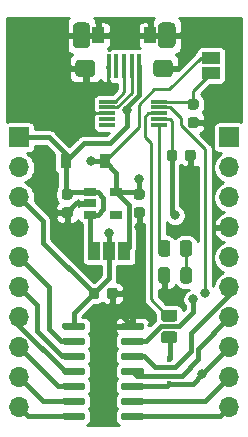
<source format=gbr>
%TF.GenerationSoftware,KiCad,Pcbnew,(5.1.9)-1*%
%TF.CreationDate,2022-01-17T13:57:47-05:00*%
%TF.ProjectId,Dev16x4USB,44657631-3678-4345-9553-422e6b696361,rev?*%
%TF.SameCoordinates,Original*%
%TF.FileFunction,Copper,L1,Top*%
%TF.FilePolarity,Positive*%
%FSLAX46Y46*%
G04 Gerber Fmt 4.6, Leading zero omitted, Abs format (unit mm)*
G04 Created by KiCad (PCBNEW (5.1.9)-1) date 2022-01-17 13:57:47*
%MOMM*%
%LPD*%
G01*
G04 APERTURE LIST*
%TA.AperFunction,SMDPad,CuDef*%
%ADD10R,1.060000X0.650000*%
%TD*%
%TA.AperFunction,SMDPad,CuDef*%
%ADD11R,0.900000X1.200000*%
%TD*%
%TA.AperFunction,SMDPad,CuDef*%
%ADD12R,0.450000X0.600000*%
%TD*%
%TA.AperFunction,ComponentPad*%
%ADD13O,1.700000X1.700000*%
%TD*%
%TA.AperFunction,ComponentPad*%
%ADD14R,1.700000X1.700000*%
%TD*%
%TA.AperFunction,SMDPad,CuDef*%
%ADD15R,1.000000X1.500000*%
%TD*%
%TA.AperFunction,SMDPad,CuDef*%
%ADD16R,1.500000X1.000000*%
%TD*%
%TA.AperFunction,SMDPad,CuDef*%
%ADD17R,1.100000X1.350000*%
%TD*%
%TA.AperFunction,SMDPad,CuDef*%
%ADD18R,0.400000X2.000000*%
%TD*%
%TA.AperFunction,SMDPad,CuDef*%
%ADD19R,1.400000X0.300000*%
%TD*%
%TA.AperFunction,ViaPad*%
%ADD20C,0.800000*%
%TD*%
%TA.AperFunction,Conductor*%
%ADD21C,0.381000*%
%TD*%
%TA.AperFunction,Conductor*%
%ADD22C,0.254000*%
%TD*%
%TA.AperFunction,Conductor*%
%ADD23C,0.100000*%
%TD*%
G04 APERTURE END LIST*
D10*
%TO.P,U1,5*%
%TO.N,+3V3*%
X114892000Y-90998000D03*
%TO.P,U1,4*%
%TO.N,N/C*%
X114892000Y-92898000D03*
%TO.P,U1,3*%
%TO.N,+5V*%
X112692000Y-92898000D03*
%TO.P,U1,2*%
%TO.N,GND*%
X112692000Y-91948000D03*
%TO.P,U1,1*%
%TO.N,+5V*%
X112692000Y-90998000D03*
%TD*%
D11*
%TO.P,D3,2*%
%TO.N,+3V3*%
X113918000Y-88392000D03*
%TO.P,D3,1*%
%TO.N,+5V*%
X110618000Y-88392000D03*
%TD*%
D12*
%TO.P,D2,2*%
%TO.N,/UPDI*%
X119380000Y-107222000D03*
%TO.P,D2,1*%
%TO.N,Net-(D2-Pad1)*%
X119380000Y-105122000D03*
%TD*%
%TO.P,C5,2*%
%TO.N,GND*%
%TA.AperFunction,SMDPad,CuDef*%
G36*
G01*
X114117000Y-99818000D02*
X114117000Y-99318000D01*
G75*
G02*
X114342000Y-99093000I225000J0D01*
G01*
X114792000Y-99093000D01*
G75*
G02*
X115017000Y-99318000I0J-225000D01*
G01*
X115017000Y-99818000D01*
G75*
G02*
X114792000Y-100043000I-225000J0D01*
G01*
X114342000Y-100043000D01*
G75*
G02*
X114117000Y-99818000I0J225000D01*
G01*
G37*
%TD.AperFunction*%
%TO.P,C5,1*%
%TO.N,VCC*%
%TA.AperFunction,SMDPad,CuDef*%
G36*
G01*
X112567000Y-99818000D02*
X112567000Y-99318000D01*
G75*
G02*
X112792000Y-99093000I225000J0D01*
G01*
X113242000Y-99093000D01*
G75*
G02*
X113467000Y-99318000I0J-225000D01*
G01*
X113467000Y-99818000D01*
G75*
G02*
X113242000Y-100043000I-225000J0D01*
G01*
X112792000Y-100043000D01*
G75*
G02*
X112567000Y-99818000I0J225000D01*
G01*
G37*
%TD.AperFunction*%
%TD*%
%TO.P,C4,2*%
%TO.N,GND*%
%TA.AperFunction,SMDPad,CuDef*%
G36*
G01*
X120721000Y-88134000D02*
X120721000Y-87634000D01*
G75*
G02*
X120946000Y-87409000I225000J0D01*
G01*
X121396000Y-87409000D01*
G75*
G02*
X121621000Y-87634000I0J-225000D01*
G01*
X121621000Y-88134000D01*
G75*
G02*
X121396000Y-88359000I-225000J0D01*
G01*
X120946000Y-88359000D01*
G75*
G02*
X120721000Y-88134000I0J225000D01*
G01*
G37*
%TD.AperFunction*%
%TO.P,C4,1*%
%TO.N,VCC*%
%TA.AperFunction,SMDPad,CuDef*%
G36*
G01*
X119171000Y-88134000D02*
X119171000Y-87634000D01*
G75*
G02*
X119396000Y-87409000I225000J0D01*
G01*
X119846000Y-87409000D01*
G75*
G02*
X120071000Y-87634000I0J-225000D01*
G01*
X120071000Y-88134000D01*
G75*
G02*
X119846000Y-88359000I-225000J0D01*
G01*
X119396000Y-88359000D01*
G75*
G02*
X119171000Y-88134000I0J225000D01*
G01*
G37*
%TD.AperFunction*%
%TD*%
%TO.P,C3,2*%
%TO.N,GND*%
%TA.AperFunction,SMDPad,CuDef*%
G36*
G01*
X121162000Y-84653000D02*
X121662000Y-84653000D01*
G75*
G02*
X121887000Y-84878000I0J-225000D01*
G01*
X121887000Y-85328000D01*
G75*
G02*
X121662000Y-85553000I-225000J0D01*
G01*
X121162000Y-85553000D01*
G75*
G02*
X120937000Y-85328000I0J225000D01*
G01*
X120937000Y-84878000D01*
G75*
G02*
X121162000Y-84653000I225000J0D01*
G01*
G37*
%TD.AperFunction*%
%TO.P,C3,1*%
%TO.N,Net-(C3-Pad1)*%
%TA.AperFunction,SMDPad,CuDef*%
G36*
G01*
X121162000Y-83103000D02*
X121662000Y-83103000D01*
G75*
G02*
X121887000Y-83328000I0J-225000D01*
G01*
X121887000Y-83778000D01*
G75*
G02*
X121662000Y-84003000I-225000J0D01*
G01*
X121162000Y-84003000D01*
G75*
G02*
X120937000Y-83778000I0J225000D01*
G01*
X120937000Y-83328000D01*
G75*
G02*
X121162000Y-83103000I225000J0D01*
G01*
G37*
%TD.AperFunction*%
%TD*%
%TO.P,C2,2*%
%TO.N,GND*%
%TA.AperFunction,SMDPad,CuDef*%
G36*
G01*
X116590000Y-92273000D02*
X117090000Y-92273000D01*
G75*
G02*
X117315000Y-92498000I0J-225000D01*
G01*
X117315000Y-92948000D01*
G75*
G02*
X117090000Y-93173000I-225000J0D01*
G01*
X116590000Y-93173000D01*
G75*
G02*
X116365000Y-92948000I0J225000D01*
G01*
X116365000Y-92498000D01*
G75*
G02*
X116590000Y-92273000I225000J0D01*
G01*
G37*
%TD.AperFunction*%
%TO.P,C2,1*%
%TO.N,+3V3*%
%TA.AperFunction,SMDPad,CuDef*%
G36*
G01*
X116590000Y-90723000D02*
X117090000Y-90723000D01*
G75*
G02*
X117315000Y-90948000I0J-225000D01*
G01*
X117315000Y-91398000D01*
G75*
G02*
X117090000Y-91623000I-225000J0D01*
G01*
X116590000Y-91623000D01*
G75*
G02*
X116365000Y-91398000I0J225000D01*
G01*
X116365000Y-90948000D01*
G75*
G02*
X116590000Y-90723000I225000J0D01*
G01*
G37*
%TD.AperFunction*%
%TD*%
%TO.P,C1,2*%
%TO.N,GND*%
%TA.AperFunction,SMDPad,CuDef*%
G36*
G01*
X110494000Y-92273000D02*
X110994000Y-92273000D01*
G75*
G02*
X111219000Y-92498000I0J-225000D01*
G01*
X111219000Y-92948000D01*
G75*
G02*
X110994000Y-93173000I-225000J0D01*
G01*
X110494000Y-93173000D01*
G75*
G02*
X110269000Y-92948000I0J225000D01*
G01*
X110269000Y-92498000D01*
G75*
G02*
X110494000Y-92273000I225000J0D01*
G01*
G37*
%TD.AperFunction*%
%TO.P,C1,1*%
%TO.N,+5V*%
%TA.AperFunction,SMDPad,CuDef*%
G36*
G01*
X110494000Y-90723000D02*
X110994000Y-90723000D01*
G75*
G02*
X111219000Y-90948000I0J-225000D01*
G01*
X111219000Y-91398000D01*
G75*
G02*
X110994000Y-91623000I-225000J0D01*
G01*
X110494000Y-91623000D01*
G75*
G02*
X110269000Y-91398000I0J225000D01*
G01*
X110269000Y-90948000D01*
G75*
G02*
X110494000Y-90723000I225000J0D01*
G01*
G37*
%TD.AperFunction*%
%TD*%
D13*
%TO.P,J3,10*%
%TO.N,/6_SDA*%
X124460000Y-109220000D03*
%TO.P,J3,9*%
%TO.N,/7_SCL*%
X124460000Y-106680000D03*
%TO.P,J3,8*%
%TO.N,/UPDI*%
X124460000Y-104140000D03*
%TO.P,J3,7*%
%TO.N,/8_MOSI*%
X124460000Y-101600000D03*
%TO.P,J3,6*%
%TO.N,/9_MISO*%
X124460000Y-99060000D03*
%TO.P,J3,5*%
%TO.N,/10_SCK*%
X124460000Y-96520000D03*
%TO.P,J3,4*%
%TO.N,GND*%
X124460000Y-93980000D03*
%TO.P,J3,3*%
%TO.N,VCC*%
X124460000Y-91440000D03*
%TO.P,J3,2*%
%TO.N,+3V3*%
X124460000Y-88900000D03*
D14*
%TO.P,J3,1*%
%TO.N,+5V*%
X124460000Y-86360000D03*
%TD*%
D13*
%TO.P,J2,10*%
%TO.N,/5_TX*%
X106680000Y-109220000D03*
%TO.P,J2,9*%
%TO.N,/4_RX*%
X106680000Y-106680000D03*
%TO.P,J2,8*%
%TO.N,/3*%
X106680000Y-104140000D03*
%TO.P,J2,7*%
%TO.N,/2*%
X106680000Y-101600000D03*
%TO.P,J2,6*%
%TO.N,/1_VREF*%
X106680000Y-99060000D03*
%TO.P,J2,5*%
%TO.N,/0_SS*%
X106680000Y-96520000D03*
%TO.P,J2,4*%
%TO.N,GND*%
X106680000Y-93980000D03*
%TO.P,J2,3*%
%TO.N,VCC*%
X106680000Y-91440000D03*
%TO.P,J2,2*%
%TO.N,+3V3*%
X106680000Y-88900000D03*
D14*
%TO.P,J2,1*%
%TO.N,+5V*%
X106680000Y-86360000D03*
%TD*%
%TO.P,R2,2*%
%TO.N,Net-(R2-Pad2)*%
%TA.AperFunction,SMDPad,CuDef*%
G36*
G01*
X119830001Y-101962000D02*
X118929999Y-101962000D01*
G75*
G02*
X118680000Y-101712001I0J249999D01*
G01*
X118680000Y-101186999D01*
G75*
G02*
X118929999Y-100937000I249999J0D01*
G01*
X119830001Y-100937000D01*
G75*
G02*
X120080000Y-101186999I0J-249999D01*
G01*
X120080000Y-101712001D01*
G75*
G02*
X119830001Y-101962000I-249999J0D01*
G01*
G37*
%TD.AperFunction*%
%TO.P,R2,1*%
%TO.N,Net-(D2-Pad1)*%
%TA.AperFunction,SMDPad,CuDef*%
G36*
G01*
X119830001Y-103787000D02*
X118929999Y-103787000D01*
G75*
G02*
X118680000Y-103537001I0J249999D01*
G01*
X118680000Y-103011999D01*
G75*
G02*
X118929999Y-102762000I249999J0D01*
G01*
X119830001Y-102762000D01*
G75*
G02*
X120080000Y-103011999I0J-249999D01*
G01*
X120080000Y-103537001D01*
G75*
G02*
X119830001Y-103787000I-249999J0D01*
G01*
G37*
%TD.AperFunction*%
%TD*%
%TO.P,R1,2*%
%TO.N,Net-(D1-Pad2)*%
%TA.AperFunction,SMDPad,CuDef*%
G36*
G01*
X120288000Y-96208001D02*
X120288000Y-95307999D01*
G75*
G02*
X120537999Y-95058000I249999J0D01*
G01*
X121063001Y-95058000D01*
G75*
G02*
X121313000Y-95307999I0J-249999D01*
G01*
X121313000Y-96208001D01*
G75*
G02*
X121063001Y-96458000I-249999J0D01*
G01*
X120537999Y-96458000D01*
G75*
G02*
X120288000Y-96208001I0J249999D01*
G01*
G37*
%TD.AperFunction*%
%TO.P,R1,1*%
%TO.N,Net-(R1-Pad1)*%
%TA.AperFunction,SMDPad,CuDef*%
G36*
G01*
X118463000Y-96208001D02*
X118463000Y-95307999D01*
G75*
G02*
X118712999Y-95058000I249999J0D01*
G01*
X119238001Y-95058000D01*
G75*
G02*
X119488000Y-95307999I0J-249999D01*
G01*
X119488000Y-96208001D01*
G75*
G02*
X119238001Y-96458000I-249999J0D01*
G01*
X118712999Y-96458000D01*
G75*
G02*
X118463000Y-96208001I0J249999D01*
G01*
G37*
%TD.AperFunction*%
%TD*%
D15*
%TO.P,VCC,1*%
%TO.N,+3V3*%
X115600000Y-96012000D03*
%TO.P,VCC,2*%
%TO.N,VCC*%
X114300000Y-96012000D03*
%TO.P,VCC,3*%
%TO.N,+5V*%
X113000000Y-96012000D03*
%TD*%
D16*
%TO.P,JP1,1*%
%TO.N,Net-(C3-Pad1)*%
X122936000Y-80914000D03*
%TO.P,JP1,2*%
%TO.N,+3V3*%
X122936000Y-79614000D03*
%TD*%
D17*
%TO.P,J1,6*%
%TO.N,GND*%
X113370000Y-77724000D03*
X117770000Y-77724000D03*
D18*
%TO.P,J1,1*%
%TO.N,+5V*%
X116870000Y-80324000D03*
%TO.P,J1,2*%
%TO.N,Net-(J1-Pad2)*%
X116220000Y-80324000D03*
%TO.P,J1,3*%
%TO.N,Net-(J1-Pad3)*%
X115570000Y-80324000D03*
%TO.P,J1,4*%
%TO.N,N/C*%
X114920000Y-80324000D03*
%TO.P,J1,5*%
%TO.N,GND*%
X114270000Y-80324000D03*
%TO.P,J1,6*%
%TA.AperFunction,ComponentPad*%
G36*
G01*
X118420000Y-78449000D02*
X118420000Y-76999000D01*
G75*
G02*
X118795000Y-76624000I375000J0D01*
G01*
X119545000Y-76624000D01*
G75*
G02*
X119920000Y-76999000I0J-375000D01*
G01*
X119920000Y-78449000D01*
G75*
G02*
X119545000Y-78824000I-375000J0D01*
G01*
X118795000Y-78824000D01*
G75*
G02*
X118420000Y-78449000I0J375000D01*
G01*
G37*
%TD.AperFunction*%
%TA.AperFunction,ComponentPad*%
G36*
G01*
X111220000Y-78449000D02*
X111220000Y-76999000D01*
G75*
G02*
X111595000Y-76624000I375000J0D01*
G01*
X112345000Y-76624000D01*
G75*
G02*
X112720000Y-76999000I0J-375000D01*
G01*
X112720000Y-78449000D01*
G75*
G02*
X112345000Y-78824000I-375000J0D01*
G01*
X111595000Y-78824000D01*
G75*
G02*
X111220000Y-78449000I0J375000D01*
G01*
G37*
%TD.AperFunction*%
%TA.AperFunction,ComponentPad*%
G36*
G01*
X111420000Y-80899000D02*
X111420000Y-80149000D01*
G75*
G02*
X111795000Y-79774000I375000J0D01*
G01*
X112745000Y-79774000D01*
G75*
G02*
X113120000Y-80149000I0J-375000D01*
G01*
X113120000Y-80899000D01*
G75*
G02*
X112745000Y-81274000I-375000J0D01*
G01*
X111795000Y-81274000D01*
G75*
G02*
X111420000Y-80899000I0J375000D01*
G01*
G37*
%TD.AperFunction*%
%TA.AperFunction,ComponentPad*%
G36*
G01*
X118020000Y-80899000D02*
X118020000Y-80149000D01*
G75*
G02*
X118395000Y-79774000I375000J0D01*
G01*
X119345000Y-79774000D01*
G75*
G02*
X119720000Y-80149000I0J-375000D01*
G01*
X119720000Y-80899000D01*
G75*
G02*
X119345000Y-81274000I-375000J0D01*
G01*
X118395000Y-81274000D01*
G75*
G02*
X118020000Y-80899000I0J375000D01*
G01*
G37*
%TD.AperFunction*%
%TD*%
%TO.P,D1,2*%
%TO.N,Net-(D1-Pad2)*%
%TA.AperFunction,SMDPad,CuDef*%
G36*
G01*
X120338000Y-98500250D02*
X120338000Y-97587750D01*
G75*
G02*
X120581750Y-97344000I243750J0D01*
G01*
X121069250Y-97344000D01*
G75*
G02*
X121313000Y-97587750I0J-243750D01*
G01*
X121313000Y-98500250D01*
G75*
G02*
X121069250Y-98744000I-243750J0D01*
G01*
X120581750Y-98744000D01*
G75*
G02*
X120338000Y-98500250I0J243750D01*
G01*
G37*
%TD.AperFunction*%
%TO.P,D1,1*%
%TO.N,GND*%
%TA.AperFunction,SMDPad,CuDef*%
G36*
G01*
X118463000Y-98500250D02*
X118463000Y-97587750D01*
G75*
G02*
X118706750Y-97344000I243750J0D01*
G01*
X119194250Y-97344000D01*
G75*
G02*
X119438000Y-97587750I0J-243750D01*
G01*
X119438000Y-98500250D01*
G75*
G02*
X119194250Y-98744000I-243750J0D01*
G01*
X118706750Y-98744000D01*
G75*
G02*
X118463000Y-98500250I0J243750D01*
G01*
G37*
%TD.AperFunction*%
%TD*%
D19*
%TO.P,U3,10*%
%TO.N,Net-(C3-Pad1)*%
X118532000Y-83328000D03*
%TO.P,U3,9*%
%TO.N,/UPDI*%
X118532000Y-83828000D03*
%TO.P,U3,8*%
%TO.N,Net-(R2-Pad2)*%
X118532000Y-84328000D03*
%TO.P,U3,7*%
%TO.N,VCC*%
X118532000Y-84828000D03*
%TO.P,U3,6*%
%TO.N,Net-(R1-Pad1)*%
X118532000Y-85328000D03*
%TO.P,U3,5*%
%TO.N,N/C*%
X114132000Y-85328000D03*
%TO.P,U3,4*%
X114132000Y-84828000D03*
%TO.P,U3,3*%
%TO.N,GND*%
X114132000Y-84328000D03*
%TO.P,U3,2*%
%TO.N,Net-(J1-Pad2)*%
X114132000Y-83828000D03*
%TO.P,U3,1*%
%TO.N,Net-(J1-Pad3)*%
X114132000Y-83328000D03*
%TD*%
%TO.P,U2,14*%
%TO.N,GND*%
%TA.AperFunction,SMDPad,CuDef*%
G36*
G01*
X115292000Y-102512000D02*
X115292000Y-102212000D01*
G75*
G02*
X115442000Y-102062000I150000J0D01*
G01*
X117092000Y-102062000D01*
G75*
G02*
X117242000Y-102212000I0J-150000D01*
G01*
X117242000Y-102512000D01*
G75*
G02*
X117092000Y-102662000I-150000J0D01*
G01*
X115442000Y-102662000D01*
G75*
G02*
X115292000Y-102512000I0J150000D01*
G01*
G37*
%TD.AperFunction*%
%TO.P,U2,13*%
%TO.N,/10_SCK*%
%TA.AperFunction,SMDPad,CuDef*%
G36*
G01*
X115292000Y-103782000D02*
X115292000Y-103482000D01*
G75*
G02*
X115442000Y-103332000I150000J0D01*
G01*
X117092000Y-103332000D01*
G75*
G02*
X117242000Y-103482000I0J-150000D01*
G01*
X117242000Y-103782000D01*
G75*
G02*
X117092000Y-103932000I-150000J0D01*
G01*
X115442000Y-103932000D01*
G75*
G02*
X115292000Y-103782000I0J150000D01*
G01*
G37*
%TD.AperFunction*%
%TO.P,U2,12*%
%TO.N,/9_MISO*%
%TA.AperFunction,SMDPad,CuDef*%
G36*
G01*
X115292000Y-105052000D02*
X115292000Y-104752000D01*
G75*
G02*
X115442000Y-104602000I150000J0D01*
G01*
X117092000Y-104602000D01*
G75*
G02*
X117242000Y-104752000I0J-150000D01*
G01*
X117242000Y-105052000D01*
G75*
G02*
X117092000Y-105202000I-150000J0D01*
G01*
X115442000Y-105202000D01*
G75*
G02*
X115292000Y-105052000I0J150000D01*
G01*
G37*
%TD.AperFunction*%
%TO.P,U2,11*%
%TO.N,/8_MOSI*%
%TA.AperFunction,SMDPad,CuDef*%
G36*
G01*
X115292000Y-106322000D02*
X115292000Y-106022000D01*
G75*
G02*
X115442000Y-105872000I150000J0D01*
G01*
X117092000Y-105872000D01*
G75*
G02*
X117242000Y-106022000I0J-150000D01*
G01*
X117242000Y-106322000D01*
G75*
G02*
X117092000Y-106472000I-150000J0D01*
G01*
X115442000Y-106472000D01*
G75*
G02*
X115292000Y-106322000I0J150000D01*
G01*
G37*
%TD.AperFunction*%
%TO.P,U2,10*%
%TO.N,/UPDI*%
%TA.AperFunction,SMDPad,CuDef*%
G36*
G01*
X115292000Y-107592000D02*
X115292000Y-107292000D01*
G75*
G02*
X115442000Y-107142000I150000J0D01*
G01*
X117092000Y-107142000D01*
G75*
G02*
X117242000Y-107292000I0J-150000D01*
G01*
X117242000Y-107592000D01*
G75*
G02*
X117092000Y-107742000I-150000J0D01*
G01*
X115442000Y-107742000D01*
G75*
G02*
X115292000Y-107592000I0J150000D01*
G01*
G37*
%TD.AperFunction*%
%TO.P,U2,9*%
%TO.N,/7_SCL*%
%TA.AperFunction,SMDPad,CuDef*%
G36*
G01*
X115292000Y-108862000D02*
X115292000Y-108562000D01*
G75*
G02*
X115442000Y-108412000I150000J0D01*
G01*
X117092000Y-108412000D01*
G75*
G02*
X117242000Y-108562000I0J-150000D01*
G01*
X117242000Y-108862000D01*
G75*
G02*
X117092000Y-109012000I-150000J0D01*
G01*
X115442000Y-109012000D01*
G75*
G02*
X115292000Y-108862000I0J150000D01*
G01*
G37*
%TD.AperFunction*%
%TO.P,U2,8*%
%TO.N,/6_SDA*%
%TA.AperFunction,SMDPad,CuDef*%
G36*
G01*
X115292000Y-110132000D02*
X115292000Y-109832000D01*
G75*
G02*
X115442000Y-109682000I150000J0D01*
G01*
X117092000Y-109682000D01*
G75*
G02*
X117242000Y-109832000I0J-150000D01*
G01*
X117242000Y-110132000D01*
G75*
G02*
X117092000Y-110282000I-150000J0D01*
G01*
X115442000Y-110282000D01*
G75*
G02*
X115292000Y-110132000I0J150000D01*
G01*
G37*
%TD.AperFunction*%
%TO.P,U2,7*%
%TO.N,/5_TX*%
%TA.AperFunction,SMDPad,CuDef*%
G36*
G01*
X110342000Y-110132000D02*
X110342000Y-109832000D01*
G75*
G02*
X110492000Y-109682000I150000J0D01*
G01*
X112142000Y-109682000D01*
G75*
G02*
X112292000Y-109832000I0J-150000D01*
G01*
X112292000Y-110132000D01*
G75*
G02*
X112142000Y-110282000I-150000J0D01*
G01*
X110492000Y-110282000D01*
G75*
G02*
X110342000Y-110132000I0J150000D01*
G01*
G37*
%TD.AperFunction*%
%TO.P,U2,6*%
%TO.N,/4_RX*%
%TA.AperFunction,SMDPad,CuDef*%
G36*
G01*
X110342000Y-108862000D02*
X110342000Y-108562000D01*
G75*
G02*
X110492000Y-108412000I150000J0D01*
G01*
X112142000Y-108412000D01*
G75*
G02*
X112292000Y-108562000I0J-150000D01*
G01*
X112292000Y-108862000D01*
G75*
G02*
X112142000Y-109012000I-150000J0D01*
G01*
X110492000Y-109012000D01*
G75*
G02*
X110342000Y-108862000I0J150000D01*
G01*
G37*
%TD.AperFunction*%
%TO.P,U2,5*%
%TO.N,/3*%
%TA.AperFunction,SMDPad,CuDef*%
G36*
G01*
X110342000Y-107592000D02*
X110342000Y-107292000D01*
G75*
G02*
X110492000Y-107142000I150000J0D01*
G01*
X112142000Y-107142000D01*
G75*
G02*
X112292000Y-107292000I0J-150000D01*
G01*
X112292000Y-107592000D01*
G75*
G02*
X112142000Y-107742000I-150000J0D01*
G01*
X110492000Y-107742000D01*
G75*
G02*
X110342000Y-107592000I0J150000D01*
G01*
G37*
%TD.AperFunction*%
%TO.P,U2,4*%
%TO.N,/2*%
%TA.AperFunction,SMDPad,CuDef*%
G36*
G01*
X110342000Y-106322000D02*
X110342000Y-106022000D01*
G75*
G02*
X110492000Y-105872000I150000J0D01*
G01*
X112142000Y-105872000D01*
G75*
G02*
X112292000Y-106022000I0J-150000D01*
G01*
X112292000Y-106322000D01*
G75*
G02*
X112142000Y-106472000I-150000J0D01*
G01*
X110492000Y-106472000D01*
G75*
G02*
X110342000Y-106322000I0J150000D01*
G01*
G37*
%TD.AperFunction*%
%TO.P,U2,3*%
%TO.N,/1_VREF*%
%TA.AperFunction,SMDPad,CuDef*%
G36*
G01*
X110342000Y-105052000D02*
X110342000Y-104752000D01*
G75*
G02*
X110492000Y-104602000I150000J0D01*
G01*
X112142000Y-104602000D01*
G75*
G02*
X112292000Y-104752000I0J-150000D01*
G01*
X112292000Y-105052000D01*
G75*
G02*
X112142000Y-105202000I-150000J0D01*
G01*
X110492000Y-105202000D01*
G75*
G02*
X110342000Y-105052000I0J150000D01*
G01*
G37*
%TD.AperFunction*%
%TO.P,U2,2*%
%TO.N,/0_SS*%
%TA.AperFunction,SMDPad,CuDef*%
G36*
G01*
X110342000Y-103782000D02*
X110342000Y-103482000D01*
G75*
G02*
X110492000Y-103332000I150000J0D01*
G01*
X112142000Y-103332000D01*
G75*
G02*
X112292000Y-103482000I0J-150000D01*
G01*
X112292000Y-103782000D01*
G75*
G02*
X112142000Y-103932000I-150000J0D01*
G01*
X110492000Y-103932000D01*
G75*
G02*
X110342000Y-103782000I0J150000D01*
G01*
G37*
%TD.AperFunction*%
%TO.P,U2,1*%
%TO.N,VCC*%
%TA.AperFunction,SMDPad,CuDef*%
G36*
G01*
X110342000Y-102512000D02*
X110342000Y-102212000D01*
G75*
G02*
X110492000Y-102062000I150000J0D01*
G01*
X112142000Y-102062000D01*
G75*
G02*
X112292000Y-102212000I0J-150000D01*
G01*
X112292000Y-102512000D01*
G75*
G02*
X112142000Y-102662000I-150000J0D01*
G01*
X110492000Y-102662000D01*
G75*
G02*
X110342000Y-102512000I0J150000D01*
G01*
G37*
%TD.AperFunction*%
%TD*%
D20*
%TO.N,GND*%
X115824000Y-99568000D03*
X118872000Y-99568000D03*
X121412000Y-89408000D03*
X122936000Y-84836000D03*
X110744000Y-94488000D03*
X121412000Y-91948000D03*
X121412000Y-93980000D03*
X116840000Y-93980000D03*
%TO.N,+5V*%
X115824000Y-84077070D03*
%TO.N,+3V3*%
X112776000Y-88392000D03*
X116840000Y-89916000D03*
%TO.N,VCC*%
X114300000Y-94488000D03*
X119888000Y-92964000D03*
%TO.N,/UPDI*%
X122174000Y-106426000D03*
X122428000Y-99568020D03*
%TO.N,/10_SCK*%
X121412000Y-100075994D03*
%TD*%
D21*
%TO.N,GND*%
X111519000Y-91948000D02*
X110744000Y-92723000D01*
X112692000Y-91948000D02*
X111519000Y-91948000D01*
X114567000Y-100662000D02*
X114567000Y-99568000D01*
X116267000Y-102362000D02*
X114567000Y-100662000D01*
D22*
X112524000Y-80778000D02*
X112270000Y-80524000D01*
X112524000Y-83674000D02*
X112524000Y-80778000D01*
X113178000Y-84328000D02*
X112524000Y-83674000D01*
X114132000Y-84328000D02*
X113178000Y-84328000D01*
D21*
%TO.N,+5V*%
X110618000Y-91047000D02*
X110744000Y-91173000D01*
X110618000Y-88392000D02*
X110618000Y-91047000D01*
X110919000Y-90998000D02*
X110744000Y-91173000D01*
X112692000Y-90998000D02*
X110919000Y-90998000D01*
X112692000Y-95704000D02*
X113000000Y-96012000D01*
X112692000Y-92898000D02*
X112692000Y-95704000D01*
X113350000Y-92898000D02*
X112692000Y-92898000D01*
X113792000Y-92456000D02*
X113350000Y-92898000D01*
X113792000Y-91455902D02*
X113792000Y-92456000D01*
X113334098Y-90998000D02*
X113792000Y-91455902D01*
X112692000Y-90998000D02*
X113334098Y-90998000D01*
X110618000Y-88392000D02*
X110618000Y-87758000D01*
X109220000Y-86360000D02*
X106680000Y-86360000D01*
X110618000Y-87758000D02*
X109220000Y-86360000D01*
X114357691Y-86868000D02*
X115824000Y-85401691D01*
X115824000Y-85401691D02*
X115824000Y-84077070D01*
X110618000Y-88392000D02*
X112142000Y-86868000D01*
X112142000Y-86868000D02*
X114357691Y-86868000D01*
X115824000Y-83820000D02*
X115824000Y-84077070D01*
X116870000Y-82774000D02*
X115824000Y-83820000D01*
X116870000Y-80324000D02*
X116870000Y-82774000D01*
%TO.N,+3V3*%
X114892000Y-89366000D02*
X113918000Y-88392000D01*
X114892000Y-90998000D02*
X114892000Y-89366000D01*
X116665000Y-90998000D02*
X116840000Y-91173000D01*
X114892000Y-90998000D02*
X116665000Y-90998000D01*
X115974490Y-95637510D02*
X115600000Y-96012000D01*
X115974490Y-92080490D02*
X115974490Y-95637510D01*
X114892000Y-90998000D02*
X115974490Y-92080490D01*
X113918000Y-88392000D02*
X112776000Y-88392000D01*
X112776000Y-88392000D02*
X112776000Y-88392000D01*
X116840000Y-91173000D02*
X116840000Y-89916000D01*
X116840000Y-89916000D02*
X116840000Y-89916000D01*
D22*
X116840000Y-85470000D02*
X113918000Y-88392000D01*
X116840000Y-83581398D02*
X116840000Y-85470000D01*
X118125398Y-82296000D02*
X116840000Y-83581398D01*
X119380000Y-82296000D02*
X118125398Y-82296000D01*
X122062000Y-79614000D02*
X119380000Y-82296000D01*
X122936000Y-79614000D02*
X122062000Y-79614000D01*
%TO.N,Net-(C3-Pad1)*%
X121412000Y-82438000D02*
X122936000Y-80914000D01*
X121412000Y-83553000D02*
X121412000Y-82438000D01*
X121187000Y-83328000D02*
X121412000Y-83553000D01*
X118532000Y-83328000D02*
X121187000Y-83328000D01*
%TO.N,VCC*%
X119486000Y-84828000D02*
X118532000Y-84828000D01*
X119621000Y-84963000D02*
X119486000Y-84828000D01*
X119621000Y-87884000D02*
X119621000Y-84963000D01*
D21*
X111317000Y-101268000D02*
X113017000Y-99568000D01*
X111317000Y-102362000D02*
X111317000Y-101268000D01*
X114300000Y-98285000D02*
X113017000Y-99568000D01*
X114300000Y-96012000D02*
X114300000Y-98285000D01*
X114300000Y-96012000D02*
X114300000Y-94488000D01*
X119621000Y-92697000D02*
X119888000Y-92964000D01*
X119621000Y-87884000D02*
X119621000Y-92697000D01*
X108712000Y-95263000D02*
X113017000Y-99568000D01*
X108712000Y-93472000D02*
X108712000Y-95263000D01*
X106680000Y-91440000D02*
X108712000Y-93472000D01*
D22*
%TO.N,Net-(D1-Pad2)*%
X120800500Y-97003000D02*
X120825500Y-97028000D01*
X120800500Y-95758000D02*
X120800500Y-98019000D01*
D21*
%TO.N,Net-(D2-Pad1)*%
X119380000Y-105122000D02*
X119445517Y-105056483D01*
X119445517Y-105056483D02*
X119445517Y-103340017D01*
X119445517Y-103340017D02*
X119380000Y-103274500D01*
D22*
%TO.N,Net-(J1-Pad2)*%
X116220000Y-82605108D02*
X116220000Y-80324000D01*
X114997108Y-83828000D02*
X116220000Y-82605108D01*
X114132000Y-83828000D02*
X114997108Y-83828000D01*
%TO.N,Net-(J1-Pad3)*%
X115570000Y-82550000D02*
X115570000Y-80324000D01*
X114792000Y-83328000D02*
X115570000Y-82550000D01*
X114132000Y-83328000D02*
X114792000Y-83328000D01*
D21*
%TO.N,/5_TX*%
X107442000Y-109982000D02*
X106680000Y-109220000D01*
X111317000Y-109982000D02*
X107442000Y-109982000D01*
%TO.N,/4_RX*%
X108712000Y-108712000D02*
X106680000Y-106680000D01*
X111317000Y-108712000D02*
X108712000Y-108712000D01*
%TO.N,/3*%
X109982000Y-107442000D02*
X106680000Y-104140000D01*
X111317000Y-107442000D02*
X109982000Y-107442000D01*
%TO.N,/2*%
X106680000Y-102304058D02*
X106680000Y-101600000D01*
X110547942Y-106172000D02*
X106680000Y-102304058D01*
X111317000Y-106172000D02*
X110547942Y-106172000D01*
%TO.N,/1_VREF*%
X108204000Y-100584000D02*
X106680000Y-99060000D01*
X108204000Y-102764000D02*
X108204000Y-100584000D01*
X110342000Y-104902000D02*
X108204000Y-102764000D01*
X111317000Y-104902000D02*
X110342000Y-104902000D01*
%TO.N,/0_SS*%
X109220000Y-99060000D02*
X106680000Y-96520000D01*
X109220000Y-102616000D02*
X109220000Y-99060000D01*
X110236000Y-103632000D02*
X109220000Y-102616000D01*
X111317000Y-103632000D02*
X110236000Y-103632000D01*
%TO.N,/6_SDA*%
X123698000Y-109982000D02*
X124460000Y-109220000D01*
X116267000Y-109982000D02*
X123698000Y-109982000D01*
%TO.N,/7_SCL*%
X122428000Y-108712000D02*
X124460000Y-106680000D01*
X116267000Y-108712000D02*
X122428000Y-108712000D01*
%TO.N,/UPDI*%
X122174000Y-106426000D02*
X124460000Y-104140000D01*
D22*
X119486000Y-83828000D02*
X120396000Y-84738000D01*
X120396000Y-85344000D02*
X122428000Y-87376000D01*
X122428000Y-87376000D02*
X122428000Y-99568020D01*
X118532000Y-83828000D02*
X119486000Y-83828000D01*
X120396000Y-84738000D02*
X120396000Y-85344000D01*
D21*
X121378000Y-107222000D02*
X122174000Y-106426000D01*
X119380000Y-107222000D02*
X121378000Y-107222000D01*
X119160000Y-107442000D02*
X119380000Y-107222000D01*
X116267000Y-107442000D02*
X119160000Y-107442000D01*
%TO.N,/8_MOSI*%
X121825472Y-104234528D02*
X124460000Y-101600000D01*
X121825472Y-105142662D02*
X121825472Y-104234528D01*
X120436635Y-106531499D02*
X121825472Y-105142662D01*
X116626499Y-106531499D02*
X120436635Y-106531499D01*
X116267000Y-106172000D02*
X116626499Y-106531499D01*
%TO.N,/9_MISO*%
X124460000Y-99701870D02*
X124460000Y-99060000D01*
X121244461Y-104485441D02*
X121244461Y-102917409D01*
X121244461Y-102917409D02*
X124460000Y-99701870D01*
X119917401Y-105812501D02*
X121244461Y-104485441D01*
X118152501Y-105812501D02*
X119917401Y-105812501D01*
X117242000Y-104902000D02*
X118152501Y-105812501D01*
X116267000Y-104902000D02*
X117242000Y-104902000D01*
%TO.N,/10_SCK*%
X121412000Y-101149735D02*
X121412000Y-100075994D01*
X117385200Y-103632000D02*
X118664690Y-102352510D01*
X120209225Y-102352510D02*
X121412000Y-101149735D01*
X118664690Y-102352510D02*
X120209225Y-102352510D01*
X116267000Y-103632000D02*
X117385200Y-103632000D01*
D22*
%TO.N,Net-(R1-Pad1)*%
X118532000Y-95314500D02*
X118975500Y-95758000D01*
X118532000Y-85328000D02*
X118532000Y-95314500D01*
%TO.N,Net-(R2-Pad2)*%
X117856000Y-100076000D02*
X119229500Y-101449500D01*
X117856000Y-86868000D02*
X117856000Y-100076000D01*
X117348000Y-86360000D02*
X117856000Y-86868000D01*
X117348000Y-84609555D02*
X117348000Y-86360000D01*
X117629555Y-84328000D02*
X117348000Y-84609555D01*
X118532000Y-84328000D02*
X117629555Y-84328000D01*
%TD*%
%TO.N,GND*%
X116967000Y-92596000D02*
X116987000Y-92596000D01*
X116987000Y-92850000D01*
X116967000Y-92850000D01*
X116967000Y-93554000D01*
X117094000Y-93681000D01*
X117221001Y-93682413D01*
X117221001Y-100044809D01*
X117217929Y-100076000D01*
X117221001Y-100107191D01*
X117221001Y-100107192D01*
X117229962Y-100198172D01*
X117230189Y-100200481D01*
X117266498Y-100320179D01*
X117325463Y-100430493D01*
X117339713Y-100447857D01*
X117404816Y-100527185D01*
X117429046Y-100547070D01*
X118169543Y-101287568D01*
X118169543Y-101712001D01*
X118182597Y-101844545D01*
X118168387Y-101856207D01*
X118146523Y-101882848D01*
X117750000Y-102279372D01*
X117750000Y-102234998D01*
X117623002Y-102234998D01*
X117750000Y-102108000D01*
X117752458Y-102062000D01*
X117742650Y-101962415D01*
X117713602Y-101866656D01*
X117666430Y-101778405D01*
X117602948Y-101701052D01*
X117525595Y-101637570D01*
X117437344Y-101590398D01*
X117341585Y-101561350D01*
X117242000Y-101551542D01*
X116521000Y-101554000D01*
X116394000Y-101681000D01*
X116394000Y-102235000D01*
X116414000Y-102235000D01*
X116414000Y-102489000D01*
X116394000Y-102489000D01*
X116394000Y-102509000D01*
X116140000Y-102509000D01*
X116140000Y-102489000D01*
X114911000Y-102489000D01*
X114784000Y-102616000D01*
X114781542Y-102662000D01*
X114791350Y-102761585D01*
X114820398Y-102857344D01*
X114867570Y-102945595D01*
X114931052Y-103022948D01*
X114953400Y-103041289D01*
X114892850Y-103115070D01*
X114831817Y-103229254D01*
X114794233Y-103353151D01*
X114781543Y-103482000D01*
X114781543Y-103782000D01*
X114794233Y-103910849D01*
X114831817Y-104034746D01*
X114892850Y-104148930D01*
X114974986Y-104249014D01*
X114996902Y-104267000D01*
X114974986Y-104284986D01*
X114892850Y-104385070D01*
X114831817Y-104499254D01*
X114794233Y-104623151D01*
X114781543Y-104752000D01*
X114781543Y-105052000D01*
X114794233Y-105180849D01*
X114831817Y-105304746D01*
X114892850Y-105418930D01*
X114974986Y-105519014D01*
X114996902Y-105537000D01*
X114974986Y-105554986D01*
X114892850Y-105655070D01*
X114831817Y-105769254D01*
X114794233Y-105893151D01*
X114781543Y-106022000D01*
X114781543Y-106322000D01*
X114794233Y-106450849D01*
X114831817Y-106574746D01*
X114892850Y-106688930D01*
X114974986Y-106789014D01*
X114996902Y-106807000D01*
X114974986Y-106824986D01*
X114892850Y-106925070D01*
X114831817Y-107039254D01*
X114794233Y-107163151D01*
X114781543Y-107292000D01*
X114781543Y-107592000D01*
X114794233Y-107720849D01*
X114831817Y-107844746D01*
X114892850Y-107958930D01*
X114974986Y-108059014D01*
X114996902Y-108077000D01*
X114974986Y-108094986D01*
X114892850Y-108195070D01*
X114831817Y-108309254D01*
X114794233Y-108433151D01*
X114781543Y-108562000D01*
X114781543Y-108862000D01*
X114794233Y-108990849D01*
X114831817Y-109114746D01*
X114892850Y-109228930D01*
X114974986Y-109329014D01*
X114996902Y-109347000D01*
X114974986Y-109364986D01*
X114892850Y-109465070D01*
X114831817Y-109579254D01*
X114794233Y-109703151D01*
X114781543Y-109832000D01*
X114781543Y-110132000D01*
X114794233Y-110260849D01*
X114831817Y-110384746D01*
X114892850Y-110498930D01*
X114974986Y-110599014D01*
X115075070Y-110681150D01*
X115145882Y-110719000D01*
X112438118Y-110719000D01*
X112508930Y-110681150D01*
X112609014Y-110599014D01*
X112691150Y-110498930D01*
X112752183Y-110384746D01*
X112789767Y-110260849D01*
X112802457Y-110132000D01*
X112802457Y-109832000D01*
X112789767Y-109703151D01*
X112752183Y-109579254D01*
X112691150Y-109465070D01*
X112609014Y-109364986D01*
X112587098Y-109347000D01*
X112609014Y-109329014D01*
X112691150Y-109228930D01*
X112752183Y-109114746D01*
X112789767Y-108990849D01*
X112802457Y-108862000D01*
X112802457Y-108562000D01*
X112789767Y-108433151D01*
X112752183Y-108309254D01*
X112691150Y-108195070D01*
X112609014Y-108094986D01*
X112587098Y-108077000D01*
X112609014Y-108059014D01*
X112691150Y-107958930D01*
X112752183Y-107844746D01*
X112789767Y-107720849D01*
X112802457Y-107592000D01*
X112802457Y-107292000D01*
X112789767Y-107163151D01*
X112752183Y-107039254D01*
X112691150Y-106925070D01*
X112609014Y-106824986D01*
X112587098Y-106807000D01*
X112609014Y-106789014D01*
X112691150Y-106688930D01*
X112752183Y-106574746D01*
X112789767Y-106450849D01*
X112802457Y-106322000D01*
X112802457Y-106022000D01*
X112789767Y-105893151D01*
X112752183Y-105769254D01*
X112691150Y-105655070D01*
X112609014Y-105554986D01*
X112587098Y-105537000D01*
X112609014Y-105519014D01*
X112691150Y-105418930D01*
X112752183Y-105304746D01*
X112789767Y-105180849D01*
X112802457Y-105052000D01*
X112802457Y-104752000D01*
X112789767Y-104623151D01*
X112752183Y-104499254D01*
X112691150Y-104385070D01*
X112609014Y-104284986D01*
X112587098Y-104267000D01*
X112609014Y-104249014D01*
X112691150Y-104148930D01*
X112752183Y-104034746D01*
X112789767Y-103910849D01*
X112802457Y-103782000D01*
X112802457Y-103482000D01*
X112789767Y-103353151D01*
X112752183Y-103229254D01*
X112691150Y-103115070D01*
X112609014Y-103014986D01*
X112587098Y-102997000D01*
X112609014Y-102979014D01*
X112691150Y-102878930D01*
X112752183Y-102764746D01*
X112789767Y-102640849D01*
X112802457Y-102512000D01*
X112802457Y-102212000D01*
X112789767Y-102083151D01*
X112783351Y-102062000D01*
X114781542Y-102062000D01*
X114784000Y-102108000D01*
X114911000Y-102235000D01*
X116140000Y-102235000D01*
X116140000Y-101681000D01*
X116013000Y-101554000D01*
X115292000Y-101551542D01*
X115192415Y-101561350D01*
X115096656Y-101590398D01*
X115008405Y-101637570D01*
X114931052Y-101701052D01*
X114867570Y-101778405D01*
X114820398Y-101866656D01*
X114791350Y-101962415D01*
X114781542Y-102062000D01*
X112783351Y-102062000D01*
X112752183Y-101959254D01*
X112691150Y-101845070D01*
X112609014Y-101744986D01*
X112508930Y-101662850D01*
X112394746Y-101601817D01*
X112270849Y-101564233D01*
X112142000Y-101551543D01*
X112021284Y-101551543D01*
X113019371Y-100553457D01*
X113242000Y-100553457D01*
X113385481Y-100539325D01*
X113523447Y-100497474D01*
X113650598Y-100429510D01*
X113726147Y-100367509D01*
X113756052Y-100403948D01*
X113833405Y-100467430D01*
X113921656Y-100514602D01*
X114017415Y-100543650D01*
X114117000Y-100553458D01*
X114313000Y-100551000D01*
X114440000Y-100424000D01*
X114440000Y-99695000D01*
X114694000Y-99695000D01*
X114694000Y-100424000D01*
X114821000Y-100551000D01*
X115017000Y-100553458D01*
X115116585Y-100543650D01*
X115212344Y-100514602D01*
X115300595Y-100467430D01*
X115377948Y-100403948D01*
X115441430Y-100326595D01*
X115488602Y-100238344D01*
X115517650Y-100142585D01*
X115527458Y-100043000D01*
X115525000Y-99822000D01*
X115398000Y-99695000D01*
X114694000Y-99695000D01*
X114440000Y-99695000D01*
X114420000Y-99695000D01*
X114420000Y-99441000D01*
X114440000Y-99441000D01*
X114440000Y-99421000D01*
X114694000Y-99421000D01*
X114694000Y-99441000D01*
X115398000Y-99441000D01*
X115525000Y-99314000D01*
X115527458Y-99093000D01*
X115517650Y-98993415D01*
X115488602Y-98897656D01*
X115441430Y-98809405D01*
X115377948Y-98732052D01*
X115300595Y-98668570D01*
X115212344Y-98621398D01*
X115116585Y-98592350D01*
X115017000Y-98582542D01*
X114932414Y-98583603D01*
X114948451Y-98553599D01*
X114948452Y-98553597D01*
X114988393Y-98421930D01*
X114998500Y-98319309D01*
X114998500Y-98319299D01*
X115001878Y-98285001D01*
X114998500Y-98250703D01*
X114998500Y-97262068D01*
X115000415Y-97262649D01*
X115100000Y-97272457D01*
X116100000Y-97272457D01*
X116199585Y-97262649D01*
X116295343Y-97233601D01*
X116383595Y-97186429D01*
X116460948Y-97122948D01*
X116524429Y-97045595D01*
X116571601Y-96957343D01*
X116600649Y-96861585D01*
X116610457Y-96762000D01*
X116610457Y-95929465D01*
X116622942Y-95906107D01*
X116662883Y-95774440D01*
X116672990Y-95671819D01*
X116672990Y-95671808D01*
X116676368Y-95637510D01*
X116672990Y-95603212D01*
X116672990Y-93594010D01*
X116713000Y-93554000D01*
X116713000Y-92850000D01*
X116693000Y-92850000D01*
X116693000Y-92596000D01*
X116713000Y-92596000D01*
X116713000Y-92576000D01*
X116967000Y-92576000D01*
X116967000Y-92596000D01*
%TA.AperFunction,Conductor*%
D23*
G36*
X116967000Y-92596000D02*
G01*
X116987000Y-92596000D01*
X116987000Y-92850000D01*
X116967000Y-92850000D01*
X116967000Y-93554000D01*
X117094000Y-93681000D01*
X117221001Y-93682413D01*
X117221001Y-100044809D01*
X117217929Y-100076000D01*
X117221001Y-100107191D01*
X117221001Y-100107192D01*
X117229962Y-100198172D01*
X117230189Y-100200481D01*
X117266498Y-100320179D01*
X117325463Y-100430493D01*
X117339713Y-100447857D01*
X117404816Y-100527185D01*
X117429046Y-100547070D01*
X118169543Y-101287568D01*
X118169543Y-101712001D01*
X118182597Y-101844545D01*
X118168387Y-101856207D01*
X118146523Y-101882848D01*
X117750000Y-102279372D01*
X117750000Y-102234998D01*
X117623002Y-102234998D01*
X117750000Y-102108000D01*
X117752458Y-102062000D01*
X117742650Y-101962415D01*
X117713602Y-101866656D01*
X117666430Y-101778405D01*
X117602948Y-101701052D01*
X117525595Y-101637570D01*
X117437344Y-101590398D01*
X117341585Y-101561350D01*
X117242000Y-101551542D01*
X116521000Y-101554000D01*
X116394000Y-101681000D01*
X116394000Y-102235000D01*
X116414000Y-102235000D01*
X116414000Y-102489000D01*
X116394000Y-102489000D01*
X116394000Y-102509000D01*
X116140000Y-102509000D01*
X116140000Y-102489000D01*
X114911000Y-102489000D01*
X114784000Y-102616000D01*
X114781542Y-102662000D01*
X114791350Y-102761585D01*
X114820398Y-102857344D01*
X114867570Y-102945595D01*
X114931052Y-103022948D01*
X114953400Y-103041289D01*
X114892850Y-103115070D01*
X114831817Y-103229254D01*
X114794233Y-103353151D01*
X114781543Y-103482000D01*
X114781543Y-103782000D01*
X114794233Y-103910849D01*
X114831817Y-104034746D01*
X114892850Y-104148930D01*
X114974986Y-104249014D01*
X114996902Y-104267000D01*
X114974986Y-104284986D01*
X114892850Y-104385070D01*
X114831817Y-104499254D01*
X114794233Y-104623151D01*
X114781543Y-104752000D01*
X114781543Y-105052000D01*
X114794233Y-105180849D01*
X114831817Y-105304746D01*
X114892850Y-105418930D01*
X114974986Y-105519014D01*
X114996902Y-105537000D01*
X114974986Y-105554986D01*
X114892850Y-105655070D01*
X114831817Y-105769254D01*
X114794233Y-105893151D01*
X114781543Y-106022000D01*
X114781543Y-106322000D01*
X114794233Y-106450849D01*
X114831817Y-106574746D01*
X114892850Y-106688930D01*
X114974986Y-106789014D01*
X114996902Y-106807000D01*
X114974986Y-106824986D01*
X114892850Y-106925070D01*
X114831817Y-107039254D01*
X114794233Y-107163151D01*
X114781543Y-107292000D01*
X114781543Y-107592000D01*
X114794233Y-107720849D01*
X114831817Y-107844746D01*
X114892850Y-107958930D01*
X114974986Y-108059014D01*
X114996902Y-108077000D01*
X114974986Y-108094986D01*
X114892850Y-108195070D01*
X114831817Y-108309254D01*
X114794233Y-108433151D01*
X114781543Y-108562000D01*
X114781543Y-108862000D01*
X114794233Y-108990849D01*
X114831817Y-109114746D01*
X114892850Y-109228930D01*
X114974986Y-109329014D01*
X114996902Y-109347000D01*
X114974986Y-109364986D01*
X114892850Y-109465070D01*
X114831817Y-109579254D01*
X114794233Y-109703151D01*
X114781543Y-109832000D01*
X114781543Y-110132000D01*
X114794233Y-110260849D01*
X114831817Y-110384746D01*
X114892850Y-110498930D01*
X114974986Y-110599014D01*
X115075070Y-110681150D01*
X115145882Y-110719000D01*
X112438118Y-110719000D01*
X112508930Y-110681150D01*
X112609014Y-110599014D01*
X112691150Y-110498930D01*
X112752183Y-110384746D01*
X112789767Y-110260849D01*
X112802457Y-110132000D01*
X112802457Y-109832000D01*
X112789767Y-109703151D01*
X112752183Y-109579254D01*
X112691150Y-109465070D01*
X112609014Y-109364986D01*
X112587098Y-109347000D01*
X112609014Y-109329014D01*
X112691150Y-109228930D01*
X112752183Y-109114746D01*
X112789767Y-108990849D01*
X112802457Y-108862000D01*
X112802457Y-108562000D01*
X112789767Y-108433151D01*
X112752183Y-108309254D01*
X112691150Y-108195070D01*
X112609014Y-108094986D01*
X112587098Y-108077000D01*
X112609014Y-108059014D01*
X112691150Y-107958930D01*
X112752183Y-107844746D01*
X112789767Y-107720849D01*
X112802457Y-107592000D01*
X112802457Y-107292000D01*
X112789767Y-107163151D01*
X112752183Y-107039254D01*
X112691150Y-106925070D01*
X112609014Y-106824986D01*
X112587098Y-106807000D01*
X112609014Y-106789014D01*
X112691150Y-106688930D01*
X112752183Y-106574746D01*
X112789767Y-106450849D01*
X112802457Y-106322000D01*
X112802457Y-106022000D01*
X112789767Y-105893151D01*
X112752183Y-105769254D01*
X112691150Y-105655070D01*
X112609014Y-105554986D01*
X112587098Y-105537000D01*
X112609014Y-105519014D01*
X112691150Y-105418930D01*
X112752183Y-105304746D01*
X112789767Y-105180849D01*
X112802457Y-105052000D01*
X112802457Y-104752000D01*
X112789767Y-104623151D01*
X112752183Y-104499254D01*
X112691150Y-104385070D01*
X112609014Y-104284986D01*
X112587098Y-104267000D01*
X112609014Y-104249014D01*
X112691150Y-104148930D01*
X112752183Y-104034746D01*
X112789767Y-103910849D01*
X112802457Y-103782000D01*
X112802457Y-103482000D01*
X112789767Y-103353151D01*
X112752183Y-103229254D01*
X112691150Y-103115070D01*
X112609014Y-103014986D01*
X112587098Y-102997000D01*
X112609014Y-102979014D01*
X112691150Y-102878930D01*
X112752183Y-102764746D01*
X112789767Y-102640849D01*
X112802457Y-102512000D01*
X112802457Y-102212000D01*
X112789767Y-102083151D01*
X112783351Y-102062000D01*
X114781542Y-102062000D01*
X114784000Y-102108000D01*
X114911000Y-102235000D01*
X116140000Y-102235000D01*
X116140000Y-101681000D01*
X116013000Y-101554000D01*
X115292000Y-101551542D01*
X115192415Y-101561350D01*
X115096656Y-101590398D01*
X115008405Y-101637570D01*
X114931052Y-101701052D01*
X114867570Y-101778405D01*
X114820398Y-101866656D01*
X114791350Y-101962415D01*
X114781542Y-102062000D01*
X112783351Y-102062000D01*
X112752183Y-101959254D01*
X112691150Y-101845070D01*
X112609014Y-101744986D01*
X112508930Y-101662850D01*
X112394746Y-101601817D01*
X112270849Y-101564233D01*
X112142000Y-101551543D01*
X112021284Y-101551543D01*
X113019371Y-100553457D01*
X113242000Y-100553457D01*
X113385481Y-100539325D01*
X113523447Y-100497474D01*
X113650598Y-100429510D01*
X113726147Y-100367509D01*
X113756052Y-100403948D01*
X113833405Y-100467430D01*
X113921656Y-100514602D01*
X114017415Y-100543650D01*
X114117000Y-100553458D01*
X114313000Y-100551000D01*
X114440000Y-100424000D01*
X114440000Y-99695000D01*
X114694000Y-99695000D01*
X114694000Y-100424000D01*
X114821000Y-100551000D01*
X115017000Y-100553458D01*
X115116585Y-100543650D01*
X115212344Y-100514602D01*
X115300595Y-100467430D01*
X115377948Y-100403948D01*
X115441430Y-100326595D01*
X115488602Y-100238344D01*
X115517650Y-100142585D01*
X115527458Y-100043000D01*
X115525000Y-99822000D01*
X115398000Y-99695000D01*
X114694000Y-99695000D01*
X114440000Y-99695000D01*
X114420000Y-99695000D01*
X114420000Y-99441000D01*
X114440000Y-99441000D01*
X114440000Y-99421000D01*
X114694000Y-99421000D01*
X114694000Y-99441000D01*
X115398000Y-99441000D01*
X115525000Y-99314000D01*
X115527458Y-99093000D01*
X115517650Y-98993415D01*
X115488602Y-98897656D01*
X115441430Y-98809405D01*
X115377948Y-98732052D01*
X115300595Y-98668570D01*
X115212344Y-98621398D01*
X115116585Y-98592350D01*
X115017000Y-98582542D01*
X114932414Y-98583603D01*
X114948451Y-98553599D01*
X114948452Y-98553597D01*
X114988393Y-98421930D01*
X114998500Y-98319309D01*
X114998500Y-98319299D01*
X115001878Y-98285001D01*
X114998500Y-98250703D01*
X114998500Y-97262068D01*
X115000415Y-97262649D01*
X115100000Y-97272457D01*
X116100000Y-97272457D01*
X116199585Y-97262649D01*
X116295343Y-97233601D01*
X116383595Y-97186429D01*
X116460948Y-97122948D01*
X116524429Y-97045595D01*
X116571601Y-96957343D01*
X116600649Y-96861585D01*
X116610457Y-96762000D01*
X116610457Y-95929465D01*
X116622942Y-95906107D01*
X116662883Y-95774440D01*
X116672990Y-95671819D01*
X116672990Y-95671808D01*
X116676368Y-95637510D01*
X116672990Y-95603212D01*
X116672990Y-93594010D01*
X116713000Y-93554000D01*
X116713000Y-92850000D01*
X116693000Y-92850000D01*
X116693000Y-92596000D01*
X116713000Y-92596000D01*
X116713000Y-92576000D01*
X116967000Y-92576000D01*
X116967000Y-92596000D01*
G37*
%TD.AperFunction*%
D22*
X119077500Y-97917000D02*
X119097500Y-97917000D01*
X119097500Y-98171000D01*
X119077500Y-98171000D01*
X119077500Y-99125000D01*
X119204500Y-99252000D01*
X119438000Y-99254458D01*
X119537585Y-99244650D01*
X119633344Y-99215602D01*
X119721595Y-99168430D01*
X119798948Y-99104948D01*
X119862430Y-99027595D01*
X119909602Y-98939344D01*
X119929797Y-98872769D01*
X119954650Y-98919265D01*
X120048445Y-99033555D01*
X120162735Y-99127350D01*
X120293127Y-99197046D01*
X120434612Y-99239965D01*
X120581750Y-99254457D01*
X121022648Y-99254457D01*
X120981901Y-99271335D01*
X120833184Y-99370705D01*
X120706711Y-99497178D01*
X120607341Y-99645895D01*
X120538894Y-99811140D01*
X120504000Y-99986564D01*
X120504000Y-100165424D01*
X120538894Y-100340848D01*
X120607341Y-100506093D01*
X120706711Y-100654810D01*
X120713500Y-100661599D01*
X120713500Y-100860407D01*
X120566401Y-101007507D01*
X120532571Y-100895985D01*
X120462297Y-100764512D01*
X120367725Y-100649275D01*
X120252488Y-100554703D01*
X120121015Y-100484429D01*
X119978359Y-100441155D01*
X119830001Y-100426543D01*
X119104568Y-100426543D01*
X118491000Y-99812976D01*
X118491000Y-99254163D01*
X118696500Y-99252000D01*
X118823500Y-99125000D01*
X118823500Y-98171000D01*
X118803500Y-98171000D01*
X118803500Y-97917000D01*
X118823500Y-97917000D01*
X118823500Y-97897000D01*
X119077500Y-97897000D01*
X119077500Y-97917000D01*
%TA.AperFunction,Conductor*%
D23*
G36*
X119077500Y-97917000D02*
G01*
X119097500Y-97917000D01*
X119097500Y-98171000D01*
X119077500Y-98171000D01*
X119077500Y-99125000D01*
X119204500Y-99252000D01*
X119438000Y-99254458D01*
X119537585Y-99244650D01*
X119633344Y-99215602D01*
X119721595Y-99168430D01*
X119798948Y-99104948D01*
X119862430Y-99027595D01*
X119909602Y-98939344D01*
X119929797Y-98872769D01*
X119954650Y-98919265D01*
X120048445Y-99033555D01*
X120162735Y-99127350D01*
X120293127Y-99197046D01*
X120434612Y-99239965D01*
X120581750Y-99254457D01*
X121022648Y-99254457D01*
X120981901Y-99271335D01*
X120833184Y-99370705D01*
X120706711Y-99497178D01*
X120607341Y-99645895D01*
X120538894Y-99811140D01*
X120504000Y-99986564D01*
X120504000Y-100165424D01*
X120538894Y-100340848D01*
X120607341Y-100506093D01*
X120706711Y-100654810D01*
X120713500Y-100661599D01*
X120713500Y-100860407D01*
X120566401Y-101007507D01*
X120532571Y-100895985D01*
X120462297Y-100764512D01*
X120367725Y-100649275D01*
X120252488Y-100554703D01*
X120121015Y-100484429D01*
X119978359Y-100441155D01*
X119830001Y-100426543D01*
X119104568Y-100426543D01*
X118491000Y-99812976D01*
X118491000Y-99254163D01*
X118696500Y-99252000D01*
X118823500Y-99125000D01*
X118823500Y-98171000D01*
X118803500Y-98171000D01*
X118803500Y-97917000D01*
X118823500Y-97917000D01*
X118823500Y-97897000D01*
X119077500Y-97897000D01*
X119077500Y-97917000D01*
G37*
%TD.AperFunction*%
D22*
X110859052Y-76263052D02*
X110795570Y-76340405D01*
X110748398Y-76428656D01*
X110719350Y-76524415D01*
X110709542Y-76624000D01*
X110712000Y-77470000D01*
X110839000Y-77597000D01*
X111843000Y-77597000D01*
X111843000Y-77577000D01*
X112097000Y-77577000D01*
X112097000Y-77597000D01*
X113243000Y-77597000D01*
X113243000Y-76668000D01*
X113497000Y-76668000D01*
X113497000Y-77597000D01*
X114301000Y-77597000D01*
X114428000Y-77470000D01*
X114430458Y-77049000D01*
X116709542Y-77049000D01*
X116712000Y-77470000D01*
X116839000Y-77597000D01*
X117643000Y-77597000D01*
X117643000Y-76668000D01*
X117516000Y-76541000D01*
X117220000Y-76538542D01*
X117120415Y-76548350D01*
X117024656Y-76577398D01*
X116936405Y-76624570D01*
X116859052Y-76688052D01*
X116795570Y-76765405D01*
X116748398Y-76853656D01*
X116719350Y-76949415D01*
X116709542Y-77049000D01*
X114430458Y-77049000D01*
X114420650Y-76949415D01*
X114391602Y-76853656D01*
X114344430Y-76765405D01*
X114280948Y-76688052D01*
X114203595Y-76624570D01*
X114115344Y-76577398D01*
X114019585Y-76548350D01*
X113920000Y-76538542D01*
X113624000Y-76541000D01*
X113497000Y-76668000D01*
X113243000Y-76668000D01*
X113230367Y-76655367D01*
X113230458Y-76624000D01*
X113220650Y-76524415D01*
X113191602Y-76428656D01*
X113144430Y-76340405D01*
X113080948Y-76263052D01*
X113034582Y-76225000D01*
X118105418Y-76225000D01*
X118059052Y-76263052D01*
X117995570Y-76340405D01*
X117948398Y-76428656D01*
X117919350Y-76524415D01*
X117909542Y-76624000D01*
X117909633Y-76655367D01*
X117897000Y-76668000D01*
X117897000Y-77597000D01*
X119043000Y-77597000D01*
X119043000Y-77577000D01*
X119297000Y-77577000D01*
X119297000Y-77597000D01*
X120301000Y-77597000D01*
X120428000Y-77470000D01*
X120430458Y-76624000D01*
X120420650Y-76524415D01*
X120391602Y-76428656D01*
X120344430Y-76340405D01*
X120280948Y-76263052D01*
X120234582Y-76225000D01*
X125451000Y-76225000D01*
X125451000Y-85021914D01*
X125409585Y-85009351D01*
X125310000Y-84999543D01*
X123610000Y-84999543D01*
X123510415Y-85009351D01*
X123414657Y-85038399D01*
X123326405Y-85085571D01*
X123249052Y-85149052D01*
X123185571Y-85226405D01*
X123138399Y-85314657D01*
X123109351Y-85410415D01*
X123099543Y-85510000D01*
X123099543Y-87210000D01*
X123109351Y-87309585D01*
X123138399Y-87405343D01*
X123185571Y-87493595D01*
X123249052Y-87570948D01*
X123326405Y-87634429D01*
X123414657Y-87681601D01*
X123510415Y-87710649D01*
X123610000Y-87720457D01*
X123780975Y-87720457D01*
X123594325Y-87845172D01*
X123405172Y-88034325D01*
X123256556Y-88256746D01*
X123154187Y-88503886D01*
X123102000Y-88766249D01*
X123102000Y-89033751D01*
X123154187Y-89296114D01*
X123256556Y-89543254D01*
X123405172Y-89765675D01*
X123594325Y-89954828D01*
X123816746Y-90103444D01*
X123977426Y-90170000D01*
X123816746Y-90236556D01*
X123594325Y-90385172D01*
X123405172Y-90574325D01*
X123256556Y-90796746D01*
X123154187Y-91043886D01*
X123102000Y-91306249D01*
X123102000Y-91573751D01*
X123154187Y-91836114D01*
X123256556Y-92083254D01*
X123405172Y-92305675D01*
X123594325Y-92494828D01*
X123816746Y-92643444D01*
X123986987Y-92713960D01*
X123872881Y-92755471D01*
X123645269Y-92893541D01*
X123448966Y-93073363D01*
X123291517Y-93288027D01*
X123178972Y-93529283D01*
X123144465Y-93643057D01*
X123235569Y-93853000D01*
X124333000Y-93853000D01*
X124333000Y-93833000D01*
X124587000Y-93833000D01*
X124587000Y-93853000D01*
X124607000Y-93853000D01*
X124607000Y-94107000D01*
X124587000Y-94107000D01*
X124587000Y-94127000D01*
X124333000Y-94127000D01*
X124333000Y-94107000D01*
X123235569Y-94107000D01*
X123144465Y-94316943D01*
X123178972Y-94430717D01*
X123291517Y-94671973D01*
X123448966Y-94886637D01*
X123645269Y-95066459D01*
X123872881Y-95204529D01*
X123986987Y-95246040D01*
X123816746Y-95316556D01*
X123594325Y-95465172D01*
X123405172Y-95654325D01*
X123256556Y-95876746D01*
X123154187Y-96123886D01*
X123102000Y-96386249D01*
X123102000Y-96653751D01*
X123154187Y-96916114D01*
X123256556Y-97163254D01*
X123405172Y-97385675D01*
X123594325Y-97574828D01*
X123816746Y-97723444D01*
X123977426Y-97790000D01*
X123816746Y-97856556D01*
X123594325Y-98005172D01*
X123405172Y-98194325D01*
X123256556Y-98416746D01*
X123154187Y-98663886D01*
X123102000Y-98926249D01*
X123102000Y-98957915D01*
X123063000Y-98918915D01*
X123063000Y-87407181D01*
X123066071Y-87376000D01*
X123063000Y-87344819D01*
X123063000Y-87344808D01*
X123053812Y-87251518D01*
X123017502Y-87131820D01*
X123007952Y-87113953D01*
X122958538Y-87021506D01*
X122899068Y-86949043D01*
X122879185Y-86924815D01*
X122854956Y-86904931D01*
X121999697Y-86049673D01*
X122082344Y-86024602D01*
X122170595Y-85977430D01*
X122247948Y-85913948D01*
X122311430Y-85836595D01*
X122358602Y-85748344D01*
X122387650Y-85652585D01*
X122397458Y-85553000D01*
X122395000Y-85357000D01*
X122268000Y-85230000D01*
X121539000Y-85230000D01*
X121539000Y-85250000D01*
X121285000Y-85250000D01*
X121285000Y-85230000D01*
X121265000Y-85230000D01*
X121265000Y-84976000D01*
X121285000Y-84976000D01*
X121285000Y-84956000D01*
X121539000Y-84956000D01*
X121539000Y-84976000D01*
X122268000Y-84976000D01*
X122395000Y-84849000D01*
X122397458Y-84653000D01*
X122387650Y-84553415D01*
X122358602Y-84457656D01*
X122311430Y-84369405D01*
X122247948Y-84292052D01*
X122211509Y-84262147D01*
X122273510Y-84186598D01*
X122341474Y-84059447D01*
X122383325Y-83921481D01*
X122397457Y-83778000D01*
X122397457Y-83328000D01*
X122383325Y-83184519D01*
X122341474Y-83046553D01*
X122273510Y-82919402D01*
X122182047Y-82807953D01*
X122070598Y-82716490D01*
X122047000Y-82703877D01*
X122047000Y-82701024D01*
X122823568Y-81924457D01*
X123686000Y-81924457D01*
X123785585Y-81914649D01*
X123881343Y-81885601D01*
X123969595Y-81838429D01*
X124046948Y-81774948D01*
X124110429Y-81697595D01*
X124157601Y-81609343D01*
X124186649Y-81513585D01*
X124196457Y-81414000D01*
X124196457Y-80414000D01*
X124186649Y-80314415D01*
X124171356Y-80264000D01*
X124186649Y-80213585D01*
X124196457Y-80114000D01*
X124196457Y-79114000D01*
X124186649Y-79014415D01*
X124157601Y-78918657D01*
X124110429Y-78830405D01*
X124046948Y-78753052D01*
X123969595Y-78689571D01*
X123881343Y-78642399D01*
X123785585Y-78613351D01*
X123686000Y-78603543D01*
X122186000Y-78603543D01*
X122086415Y-78613351D01*
X121990657Y-78642399D01*
X121902405Y-78689571D01*
X121825052Y-78753052D01*
X121761571Y-78830405D01*
X121714399Y-78918657D01*
X121685351Y-79014415D01*
X121676004Y-79109315D01*
X121635043Y-79142931D01*
X121635039Y-79142935D01*
X121610815Y-79162815D01*
X121590935Y-79187040D01*
X120113988Y-80663988D01*
X120101000Y-80651000D01*
X118997000Y-80651000D01*
X118997000Y-80671000D01*
X118743000Y-80671000D01*
X118743000Y-80651000D01*
X118723000Y-80651000D01*
X118723000Y-80397000D01*
X118743000Y-80397000D01*
X118743000Y-80377000D01*
X118997000Y-80377000D01*
X118997000Y-80397000D01*
X120101000Y-80397000D01*
X120228000Y-80270000D01*
X120230458Y-79774000D01*
X120220650Y-79674415D01*
X120191602Y-79578656D01*
X120144430Y-79490405D01*
X120080948Y-79413052D01*
X120003595Y-79349570D01*
X119966715Y-79329857D01*
X120019585Y-79324650D01*
X120115344Y-79295602D01*
X120203595Y-79248430D01*
X120280948Y-79184948D01*
X120344430Y-79107595D01*
X120391602Y-79019344D01*
X120420650Y-78923585D01*
X120430458Y-78824000D01*
X120428000Y-77978000D01*
X120301000Y-77851000D01*
X119297000Y-77851000D01*
X119297000Y-77871000D01*
X119043000Y-77871000D01*
X119043000Y-77851000D01*
X117897000Y-77851000D01*
X117897000Y-77871000D01*
X117643000Y-77871000D01*
X117643000Y-77851000D01*
X116839000Y-77851000D01*
X116712000Y-77978000D01*
X116709542Y-78399000D01*
X116719350Y-78498585D01*
X116748398Y-78594344D01*
X116795570Y-78682595D01*
X116859052Y-78759948D01*
X116924358Y-78813543D01*
X116670000Y-78813543D01*
X116570415Y-78823351D01*
X116545000Y-78831061D01*
X116519585Y-78823351D01*
X116420000Y-78813543D01*
X116020000Y-78813543D01*
X115920415Y-78823351D01*
X115895000Y-78831061D01*
X115869585Y-78823351D01*
X115770000Y-78813543D01*
X115370000Y-78813543D01*
X115270415Y-78823351D01*
X115245000Y-78831061D01*
X115219585Y-78823351D01*
X115120000Y-78813543D01*
X114720000Y-78813543D01*
X114620415Y-78823351D01*
X114595002Y-78831060D01*
X114569585Y-78823350D01*
X114470000Y-78813542D01*
X114470000Y-78816000D01*
X114343000Y-78943000D01*
X114343000Y-78982612D01*
X114335973Y-78991174D01*
X114325289Y-78975184D01*
X114198816Y-78848711D01*
X114179920Y-78836085D01*
X114203595Y-78823430D01*
X114280948Y-78759948D01*
X114344430Y-78682595D01*
X114391602Y-78594344D01*
X114420650Y-78498585D01*
X114430458Y-78399000D01*
X114428000Y-77978000D01*
X114301000Y-77851000D01*
X113497000Y-77851000D01*
X113497000Y-77871000D01*
X113243000Y-77871000D01*
X113243000Y-77851000D01*
X112097000Y-77851000D01*
X112097000Y-77871000D01*
X111843000Y-77871000D01*
X111843000Y-77851000D01*
X110839000Y-77851000D01*
X110712000Y-77978000D01*
X110709542Y-78824000D01*
X110719350Y-78923585D01*
X110748398Y-79019344D01*
X110795570Y-79107595D01*
X110859052Y-79184948D01*
X110936405Y-79248430D01*
X111024656Y-79295602D01*
X111120415Y-79324650D01*
X111173285Y-79329857D01*
X111136405Y-79349570D01*
X111059052Y-79413052D01*
X110995570Y-79490405D01*
X110948398Y-79578656D01*
X110919350Y-79674415D01*
X110909542Y-79774000D01*
X110912000Y-80270000D01*
X111039000Y-80397000D01*
X112143000Y-80397000D01*
X112143000Y-80377000D01*
X112397000Y-80377000D01*
X112397000Y-80397000D01*
X112417000Y-80397000D01*
X112417000Y-80651000D01*
X112397000Y-80651000D01*
X112397000Y-81655000D01*
X112524000Y-81782000D01*
X113120000Y-81784458D01*
X113219585Y-81774650D01*
X113315344Y-81745602D01*
X113403595Y-81698430D01*
X113480948Y-81634948D01*
X113544430Y-81557595D01*
X113586262Y-81479335D01*
X113598398Y-81519344D01*
X113645570Y-81607595D01*
X113709052Y-81684948D01*
X113786405Y-81748430D01*
X113874656Y-81795602D01*
X113970415Y-81824650D01*
X114070000Y-81834458D01*
X114070000Y-81832000D01*
X114197000Y-81705000D01*
X114197000Y-80451000D01*
X114123000Y-80451000D01*
X114123000Y-80309948D01*
X114198816Y-80259289D01*
X114209543Y-80248562D01*
X114209543Y-81324000D01*
X114219351Y-81423585D01*
X114248399Y-81519343D01*
X114295571Y-81607595D01*
X114343000Y-81665388D01*
X114343000Y-81705000D01*
X114470000Y-81832000D01*
X114470000Y-81834458D01*
X114569585Y-81824650D01*
X114595002Y-81816940D01*
X114620415Y-81824649D01*
X114720000Y-81834457D01*
X114935000Y-81834457D01*
X114935000Y-82286975D01*
X114554433Y-82667543D01*
X113432000Y-82667543D01*
X113332415Y-82677351D01*
X113236657Y-82706399D01*
X113148405Y-82753571D01*
X113071052Y-82817052D01*
X113007571Y-82894405D01*
X112960399Y-82982657D01*
X112931351Y-83078415D01*
X112921543Y-83178000D01*
X112921543Y-83478000D01*
X112931351Y-83577585D01*
X112931477Y-83578000D01*
X112931351Y-83578415D01*
X112921543Y-83678000D01*
X112921543Y-83978000D01*
X112931351Y-84077585D01*
X112931476Y-84077998D01*
X112931350Y-84078415D01*
X112921542Y-84178000D01*
X112924000Y-84178000D01*
X113007543Y-84261543D01*
X113007571Y-84261595D01*
X113062067Y-84328000D01*
X113007571Y-84394405D01*
X113007543Y-84394457D01*
X112924000Y-84478000D01*
X112921542Y-84478000D01*
X112931350Y-84577585D01*
X112931476Y-84578002D01*
X112931351Y-84578415D01*
X112921543Y-84678000D01*
X112921543Y-84978000D01*
X112931351Y-85077585D01*
X112931477Y-85078000D01*
X112931351Y-85078415D01*
X112921543Y-85178000D01*
X112921543Y-85478000D01*
X112931351Y-85577585D01*
X112960399Y-85673343D01*
X113007571Y-85761595D01*
X113071052Y-85838948D01*
X113148405Y-85902429D01*
X113236657Y-85949601D01*
X113332415Y-85978649D01*
X113432000Y-85988457D01*
X114249406Y-85988457D01*
X114068364Y-86169500D01*
X112176297Y-86169500D01*
X112141999Y-86166122D01*
X112107701Y-86169500D01*
X112107691Y-86169500D01*
X112005070Y-86179607D01*
X111873403Y-86219548D01*
X111873401Y-86219549D01*
X111752056Y-86284409D01*
X111672345Y-86349827D01*
X111645697Y-86371697D01*
X111623829Y-86398343D01*
X110935000Y-87087172D01*
X109738175Y-85890348D01*
X109716303Y-85863697D01*
X109609943Y-85776409D01*
X109488597Y-85711548D01*
X109356930Y-85671607D01*
X109254309Y-85661500D01*
X109254298Y-85661500D01*
X109220000Y-85658122D01*
X109185702Y-85661500D01*
X108040457Y-85661500D01*
X108040457Y-85510000D01*
X108030649Y-85410415D01*
X108001601Y-85314657D01*
X107954429Y-85226405D01*
X107890948Y-85149052D01*
X107813595Y-85085571D01*
X107725343Y-85038399D01*
X107629585Y-85009351D01*
X107530000Y-84999543D01*
X105830000Y-84999543D01*
X105730415Y-85009351D01*
X105689000Y-85021914D01*
X105689000Y-81274000D01*
X110909542Y-81274000D01*
X110919350Y-81373585D01*
X110948398Y-81469344D01*
X110995570Y-81557595D01*
X111059052Y-81634948D01*
X111136405Y-81698430D01*
X111224656Y-81745602D01*
X111320415Y-81774650D01*
X111420000Y-81784458D01*
X112016000Y-81782000D01*
X112143000Y-81655000D01*
X112143000Y-80651000D01*
X111039000Y-80651000D01*
X110912000Y-80778000D01*
X110909542Y-81274000D01*
X105689000Y-81274000D01*
X105689000Y-76225000D01*
X110905418Y-76225000D01*
X110859052Y-76263052D01*
%TA.AperFunction,Conductor*%
D23*
G36*
X110859052Y-76263052D02*
G01*
X110795570Y-76340405D01*
X110748398Y-76428656D01*
X110719350Y-76524415D01*
X110709542Y-76624000D01*
X110712000Y-77470000D01*
X110839000Y-77597000D01*
X111843000Y-77597000D01*
X111843000Y-77577000D01*
X112097000Y-77577000D01*
X112097000Y-77597000D01*
X113243000Y-77597000D01*
X113243000Y-76668000D01*
X113497000Y-76668000D01*
X113497000Y-77597000D01*
X114301000Y-77597000D01*
X114428000Y-77470000D01*
X114430458Y-77049000D01*
X116709542Y-77049000D01*
X116712000Y-77470000D01*
X116839000Y-77597000D01*
X117643000Y-77597000D01*
X117643000Y-76668000D01*
X117516000Y-76541000D01*
X117220000Y-76538542D01*
X117120415Y-76548350D01*
X117024656Y-76577398D01*
X116936405Y-76624570D01*
X116859052Y-76688052D01*
X116795570Y-76765405D01*
X116748398Y-76853656D01*
X116719350Y-76949415D01*
X116709542Y-77049000D01*
X114430458Y-77049000D01*
X114420650Y-76949415D01*
X114391602Y-76853656D01*
X114344430Y-76765405D01*
X114280948Y-76688052D01*
X114203595Y-76624570D01*
X114115344Y-76577398D01*
X114019585Y-76548350D01*
X113920000Y-76538542D01*
X113624000Y-76541000D01*
X113497000Y-76668000D01*
X113243000Y-76668000D01*
X113230367Y-76655367D01*
X113230458Y-76624000D01*
X113220650Y-76524415D01*
X113191602Y-76428656D01*
X113144430Y-76340405D01*
X113080948Y-76263052D01*
X113034582Y-76225000D01*
X118105418Y-76225000D01*
X118059052Y-76263052D01*
X117995570Y-76340405D01*
X117948398Y-76428656D01*
X117919350Y-76524415D01*
X117909542Y-76624000D01*
X117909633Y-76655367D01*
X117897000Y-76668000D01*
X117897000Y-77597000D01*
X119043000Y-77597000D01*
X119043000Y-77577000D01*
X119297000Y-77577000D01*
X119297000Y-77597000D01*
X120301000Y-77597000D01*
X120428000Y-77470000D01*
X120430458Y-76624000D01*
X120420650Y-76524415D01*
X120391602Y-76428656D01*
X120344430Y-76340405D01*
X120280948Y-76263052D01*
X120234582Y-76225000D01*
X125451000Y-76225000D01*
X125451000Y-85021914D01*
X125409585Y-85009351D01*
X125310000Y-84999543D01*
X123610000Y-84999543D01*
X123510415Y-85009351D01*
X123414657Y-85038399D01*
X123326405Y-85085571D01*
X123249052Y-85149052D01*
X123185571Y-85226405D01*
X123138399Y-85314657D01*
X123109351Y-85410415D01*
X123099543Y-85510000D01*
X123099543Y-87210000D01*
X123109351Y-87309585D01*
X123138399Y-87405343D01*
X123185571Y-87493595D01*
X123249052Y-87570948D01*
X123326405Y-87634429D01*
X123414657Y-87681601D01*
X123510415Y-87710649D01*
X123610000Y-87720457D01*
X123780975Y-87720457D01*
X123594325Y-87845172D01*
X123405172Y-88034325D01*
X123256556Y-88256746D01*
X123154187Y-88503886D01*
X123102000Y-88766249D01*
X123102000Y-89033751D01*
X123154187Y-89296114D01*
X123256556Y-89543254D01*
X123405172Y-89765675D01*
X123594325Y-89954828D01*
X123816746Y-90103444D01*
X123977426Y-90170000D01*
X123816746Y-90236556D01*
X123594325Y-90385172D01*
X123405172Y-90574325D01*
X123256556Y-90796746D01*
X123154187Y-91043886D01*
X123102000Y-91306249D01*
X123102000Y-91573751D01*
X123154187Y-91836114D01*
X123256556Y-92083254D01*
X123405172Y-92305675D01*
X123594325Y-92494828D01*
X123816746Y-92643444D01*
X123986987Y-92713960D01*
X123872881Y-92755471D01*
X123645269Y-92893541D01*
X123448966Y-93073363D01*
X123291517Y-93288027D01*
X123178972Y-93529283D01*
X123144465Y-93643057D01*
X123235569Y-93853000D01*
X124333000Y-93853000D01*
X124333000Y-93833000D01*
X124587000Y-93833000D01*
X124587000Y-93853000D01*
X124607000Y-93853000D01*
X124607000Y-94107000D01*
X124587000Y-94107000D01*
X124587000Y-94127000D01*
X124333000Y-94127000D01*
X124333000Y-94107000D01*
X123235569Y-94107000D01*
X123144465Y-94316943D01*
X123178972Y-94430717D01*
X123291517Y-94671973D01*
X123448966Y-94886637D01*
X123645269Y-95066459D01*
X123872881Y-95204529D01*
X123986987Y-95246040D01*
X123816746Y-95316556D01*
X123594325Y-95465172D01*
X123405172Y-95654325D01*
X123256556Y-95876746D01*
X123154187Y-96123886D01*
X123102000Y-96386249D01*
X123102000Y-96653751D01*
X123154187Y-96916114D01*
X123256556Y-97163254D01*
X123405172Y-97385675D01*
X123594325Y-97574828D01*
X123816746Y-97723444D01*
X123977426Y-97790000D01*
X123816746Y-97856556D01*
X123594325Y-98005172D01*
X123405172Y-98194325D01*
X123256556Y-98416746D01*
X123154187Y-98663886D01*
X123102000Y-98926249D01*
X123102000Y-98957915D01*
X123063000Y-98918915D01*
X123063000Y-87407181D01*
X123066071Y-87376000D01*
X123063000Y-87344819D01*
X123063000Y-87344808D01*
X123053812Y-87251518D01*
X123017502Y-87131820D01*
X123007952Y-87113953D01*
X122958538Y-87021506D01*
X122899068Y-86949043D01*
X122879185Y-86924815D01*
X122854956Y-86904931D01*
X121999697Y-86049673D01*
X122082344Y-86024602D01*
X122170595Y-85977430D01*
X122247948Y-85913948D01*
X122311430Y-85836595D01*
X122358602Y-85748344D01*
X122387650Y-85652585D01*
X122397458Y-85553000D01*
X122395000Y-85357000D01*
X122268000Y-85230000D01*
X121539000Y-85230000D01*
X121539000Y-85250000D01*
X121285000Y-85250000D01*
X121285000Y-85230000D01*
X121265000Y-85230000D01*
X121265000Y-84976000D01*
X121285000Y-84976000D01*
X121285000Y-84956000D01*
X121539000Y-84956000D01*
X121539000Y-84976000D01*
X122268000Y-84976000D01*
X122395000Y-84849000D01*
X122397458Y-84653000D01*
X122387650Y-84553415D01*
X122358602Y-84457656D01*
X122311430Y-84369405D01*
X122247948Y-84292052D01*
X122211509Y-84262147D01*
X122273510Y-84186598D01*
X122341474Y-84059447D01*
X122383325Y-83921481D01*
X122397457Y-83778000D01*
X122397457Y-83328000D01*
X122383325Y-83184519D01*
X122341474Y-83046553D01*
X122273510Y-82919402D01*
X122182047Y-82807953D01*
X122070598Y-82716490D01*
X122047000Y-82703877D01*
X122047000Y-82701024D01*
X122823568Y-81924457D01*
X123686000Y-81924457D01*
X123785585Y-81914649D01*
X123881343Y-81885601D01*
X123969595Y-81838429D01*
X124046948Y-81774948D01*
X124110429Y-81697595D01*
X124157601Y-81609343D01*
X124186649Y-81513585D01*
X124196457Y-81414000D01*
X124196457Y-80414000D01*
X124186649Y-80314415D01*
X124171356Y-80264000D01*
X124186649Y-80213585D01*
X124196457Y-80114000D01*
X124196457Y-79114000D01*
X124186649Y-79014415D01*
X124157601Y-78918657D01*
X124110429Y-78830405D01*
X124046948Y-78753052D01*
X123969595Y-78689571D01*
X123881343Y-78642399D01*
X123785585Y-78613351D01*
X123686000Y-78603543D01*
X122186000Y-78603543D01*
X122086415Y-78613351D01*
X121990657Y-78642399D01*
X121902405Y-78689571D01*
X121825052Y-78753052D01*
X121761571Y-78830405D01*
X121714399Y-78918657D01*
X121685351Y-79014415D01*
X121676004Y-79109315D01*
X121635043Y-79142931D01*
X121635039Y-79142935D01*
X121610815Y-79162815D01*
X121590935Y-79187040D01*
X120113988Y-80663988D01*
X120101000Y-80651000D01*
X118997000Y-80651000D01*
X118997000Y-80671000D01*
X118743000Y-80671000D01*
X118743000Y-80651000D01*
X118723000Y-80651000D01*
X118723000Y-80397000D01*
X118743000Y-80397000D01*
X118743000Y-80377000D01*
X118997000Y-80377000D01*
X118997000Y-80397000D01*
X120101000Y-80397000D01*
X120228000Y-80270000D01*
X120230458Y-79774000D01*
X120220650Y-79674415D01*
X120191602Y-79578656D01*
X120144430Y-79490405D01*
X120080948Y-79413052D01*
X120003595Y-79349570D01*
X119966715Y-79329857D01*
X120019585Y-79324650D01*
X120115344Y-79295602D01*
X120203595Y-79248430D01*
X120280948Y-79184948D01*
X120344430Y-79107595D01*
X120391602Y-79019344D01*
X120420650Y-78923585D01*
X120430458Y-78824000D01*
X120428000Y-77978000D01*
X120301000Y-77851000D01*
X119297000Y-77851000D01*
X119297000Y-77871000D01*
X119043000Y-77871000D01*
X119043000Y-77851000D01*
X117897000Y-77851000D01*
X117897000Y-77871000D01*
X117643000Y-77871000D01*
X117643000Y-77851000D01*
X116839000Y-77851000D01*
X116712000Y-77978000D01*
X116709542Y-78399000D01*
X116719350Y-78498585D01*
X116748398Y-78594344D01*
X116795570Y-78682595D01*
X116859052Y-78759948D01*
X116924358Y-78813543D01*
X116670000Y-78813543D01*
X116570415Y-78823351D01*
X116545000Y-78831061D01*
X116519585Y-78823351D01*
X116420000Y-78813543D01*
X116020000Y-78813543D01*
X115920415Y-78823351D01*
X115895000Y-78831061D01*
X115869585Y-78823351D01*
X115770000Y-78813543D01*
X115370000Y-78813543D01*
X115270415Y-78823351D01*
X115245000Y-78831061D01*
X115219585Y-78823351D01*
X115120000Y-78813543D01*
X114720000Y-78813543D01*
X114620415Y-78823351D01*
X114595002Y-78831060D01*
X114569585Y-78823350D01*
X114470000Y-78813542D01*
X114470000Y-78816000D01*
X114343000Y-78943000D01*
X114343000Y-78982612D01*
X114335973Y-78991174D01*
X114325289Y-78975184D01*
X114198816Y-78848711D01*
X114179920Y-78836085D01*
X114203595Y-78823430D01*
X114280948Y-78759948D01*
X114344430Y-78682595D01*
X114391602Y-78594344D01*
X114420650Y-78498585D01*
X114430458Y-78399000D01*
X114428000Y-77978000D01*
X114301000Y-77851000D01*
X113497000Y-77851000D01*
X113497000Y-77871000D01*
X113243000Y-77871000D01*
X113243000Y-77851000D01*
X112097000Y-77851000D01*
X112097000Y-77871000D01*
X111843000Y-77871000D01*
X111843000Y-77851000D01*
X110839000Y-77851000D01*
X110712000Y-77978000D01*
X110709542Y-78824000D01*
X110719350Y-78923585D01*
X110748398Y-79019344D01*
X110795570Y-79107595D01*
X110859052Y-79184948D01*
X110936405Y-79248430D01*
X111024656Y-79295602D01*
X111120415Y-79324650D01*
X111173285Y-79329857D01*
X111136405Y-79349570D01*
X111059052Y-79413052D01*
X110995570Y-79490405D01*
X110948398Y-79578656D01*
X110919350Y-79674415D01*
X110909542Y-79774000D01*
X110912000Y-80270000D01*
X111039000Y-80397000D01*
X112143000Y-80397000D01*
X112143000Y-80377000D01*
X112397000Y-80377000D01*
X112397000Y-80397000D01*
X112417000Y-80397000D01*
X112417000Y-80651000D01*
X112397000Y-80651000D01*
X112397000Y-81655000D01*
X112524000Y-81782000D01*
X113120000Y-81784458D01*
X113219585Y-81774650D01*
X113315344Y-81745602D01*
X113403595Y-81698430D01*
X113480948Y-81634948D01*
X113544430Y-81557595D01*
X113586262Y-81479335D01*
X113598398Y-81519344D01*
X113645570Y-81607595D01*
X113709052Y-81684948D01*
X113786405Y-81748430D01*
X113874656Y-81795602D01*
X113970415Y-81824650D01*
X114070000Y-81834458D01*
X114070000Y-81832000D01*
X114197000Y-81705000D01*
X114197000Y-80451000D01*
X114123000Y-80451000D01*
X114123000Y-80309948D01*
X114198816Y-80259289D01*
X114209543Y-80248562D01*
X114209543Y-81324000D01*
X114219351Y-81423585D01*
X114248399Y-81519343D01*
X114295571Y-81607595D01*
X114343000Y-81665388D01*
X114343000Y-81705000D01*
X114470000Y-81832000D01*
X114470000Y-81834458D01*
X114569585Y-81824650D01*
X114595002Y-81816940D01*
X114620415Y-81824649D01*
X114720000Y-81834457D01*
X114935000Y-81834457D01*
X114935000Y-82286975D01*
X114554433Y-82667543D01*
X113432000Y-82667543D01*
X113332415Y-82677351D01*
X113236657Y-82706399D01*
X113148405Y-82753571D01*
X113071052Y-82817052D01*
X113007571Y-82894405D01*
X112960399Y-82982657D01*
X112931351Y-83078415D01*
X112921543Y-83178000D01*
X112921543Y-83478000D01*
X112931351Y-83577585D01*
X112931477Y-83578000D01*
X112931351Y-83578415D01*
X112921543Y-83678000D01*
X112921543Y-83978000D01*
X112931351Y-84077585D01*
X112931476Y-84077998D01*
X112931350Y-84078415D01*
X112921542Y-84178000D01*
X112924000Y-84178000D01*
X113007543Y-84261543D01*
X113007571Y-84261595D01*
X113062067Y-84328000D01*
X113007571Y-84394405D01*
X113007543Y-84394457D01*
X112924000Y-84478000D01*
X112921542Y-84478000D01*
X112931350Y-84577585D01*
X112931476Y-84578002D01*
X112931351Y-84578415D01*
X112921543Y-84678000D01*
X112921543Y-84978000D01*
X112931351Y-85077585D01*
X112931477Y-85078000D01*
X112931351Y-85078415D01*
X112921543Y-85178000D01*
X112921543Y-85478000D01*
X112931351Y-85577585D01*
X112960399Y-85673343D01*
X113007571Y-85761595D01*
X113071052Y-85838948D01*
X113148405Y-85902429D01*
X113236657Y-85949601D01*
X113332415Y-85978649D01*
X113432000Y-85988457D01*
X114249406Y-85988457D01*
X114068364Y-86169500D01*
X112176297Y-86169500D01*
X112141999Y-86166122D01*
X112107701Y-86169500D01*
X112107691Y-86169500D01*
X112005070Y-86179607D01*
X111873403Y-86219548D01*
X111873401Y-86219549D01*
X111752056Y-86284409D01*
X111672345Y-86349827D01*
X111645697Y-86371697D01*
X111623829Y-86398343D01*
X110935000Y-87087172D01*
X109738175Y-85890348D01*
X109716303Y-85863697D01*
X109609943Y-85776409D01*
X109488597Y-85711548D01*
X109356930Y-85671607D01*
X109254309Y-85661500D01*
X109254298Y-85661500D01*
X109220000Y-85658122D01*
X109185702Y-85661500D01*
X108040457Y-85661500D01*
X108040457Y-85510000D01*
X108030649Y-85410415D01*
X108001601Y-85314657D01*
X107954429Y-85226405D01*
X107890948Y-85149052D01*
X107813595Y-85085571D01*
X107725343Y-85038399D01*
X107629585Y-85009351D01*
X107530000Y-84999543D01*
X105830000Y-84999543D01*
X105730415Y-85009351D01*
X105689000Y-85021914D01*
X105689000Y-81274000D01*
X110909542Y-81274000D01*
X110919350Y-81373585D01*
X110948398Y-81469344D01*
X110995570Y-81557595D01*
X111059052Y-81634948D01*
X111136405Y-81698430D01*
X111224656Y-81745602D01*
X111320415Y-81774650D01*
X111420000Y-81784458D01*
X112016000Y-81782000D01*
X112143000Y-81655000D01*
X112143000Y-80651000D01*
X111039000Y-80651000D01*
X110912000Y-80778000D01*
X110909542Y-81274000D01*
X105689000Y-81274000D01*
X105689000Y-76225000D01*
X110905418Y-76225000D01*
X110859052Y-76263052D01*
G37*
%TD.AperFunction*%
D22*
X109658137Y-87785965D02*
X109657543Y-87792000D01*
X109657543Y-88992000D01*
X109667351Y-89091585D01*
X109696399Y-89187343D01*
X109743571Y-89275595D01*
X109807052Y-89352948D01*
X109884405Y-89416429D01*
X109919500Y-89435188D01*
X109919501Y-90494304D01*
X109882490Y-90539402D01*
X109814526Y-90666553D01*
X109772675Y-90804519D01*
X109758543Y-90948000D01*
X109758543Y-91398000D01*
X109772675Y-91541481D01*
X109814526Y-91679447D01*
X109882490Y-91806598D01*
X109944491Y-91882147D01*
X109908052Y-91912052D01*
X109844570Y-91989405D01*
X109797398Y-92077656D01*
X109768350Y-92173415D01*
X109758542Y-92273000D01*
X109761000Y-92469000D01*
X109888000Y-92596000D01*
X110617000Y-92596000D01*
X110617000Y-92576000D01*
X110871000Y-92576000D01*
X110871000Y-92596000D01*
X110891000Y-92596000D01*
X110891000Y-92850000D01*
X110871000Y-92850000D01*
X110871000Y-93554000D01*
X110998000Y-93681000D01*
X111219000Y-93683458D01*
X111318585Y-93673650D01*
X111414344Y-93644602D01*
X111502595Y-93597430D01*
X111579948Y-93533948D01*
X111643430Y-93456595D01*
X111680797Y-93386688D01*
X111690399Y-93418343D01*
X111737571Y-93506595D01*
X111801052Y-93583948D01*
X111878405Y-93647429D01*
X111966657Y-93694601D01*
X111993500Y-93702744D01*
X111993501Y-95221814D01*
X111989543Y-95262000D01*
X111989543Y-96762000D01*
X111999351Y-96861585D01*
X112028399Y-96957343D01*
X112075571Y-97045595D01*
X112139052Y-97122948D01*
X112216405Y-97186429D01*
X112304657Y-97233601D01*
X112400415Y-97262649D01*
X112500000Y-97272457D01*
X113500000Y-97272457D01*
X113599585Y-97262649D01*
X113601501Y-97262068D01*
X113601501Y-97995671D01*
X113017000Y-98580172D01*
X109410500Y-94973673D01*
X109410500Y-93506298D01*
X109413878Y-93472000D01*
X109410500Y-93437702D01*
X109410500Y-93437691D01*
X109400393Y-93335070D01*
X109360452Y-93203403D01*
X109360451Y-93203401D01*
X109344202Y-93173000D01*
X109758542Y-93173000D01*
X109768350Y-93272585D01*
X109797398Y-93368344D01*
X109844570Y-93456595D01*
X109908052Y-93533948D01*
X109985405Y-93597430D01*
X110073656Y-93644602D01*
X110169415Y-93673650D01*
X110269000Y-93683458D01*
X110490000Y-93681000D01*
X110617000Y-93554000D01*
X110617000Y-92850000D01*
X109888000Y-92850000D01*
X109761000Y-92977000D01*
X109758542Y-93173000D01*
X109344202Y-93173000D01*
X109295591Y-93082056D01*
X109230174Y-93002346D01*
X109230167Y-93002339D01*
X109208302Y-92975697D01*
X109181662Y-92953834D01*
X107998775Y-91770948D01*
X108038000Y-91573751D01*
X108038000Y-91306249D01*
X107985813Y-91043886D01*
X107883444Y-90796746D01*
X107734828Y-90574325D01*
X107545675Y-90385172D01*
X107323254Y-90236556D01*
X107162574Y-90170000D01*
X107323254Y-90103444D01*
X107545675Y-89954828D01*
X107734828Y-89765675D01*
X107883444Y-89543254D01*
X107985813Y-89296114D01*
X108038000Y-89033751D01*
X108038000Y-88766249D01*
X107985813Y-88503886D01*
X107883444Y-88256746D01*
X107734828Y-88034325D01*
X107545675Y-87845172D01*
X107359025Y-87720457D01*
X107530000Y-87720457D01*
X107629585Y-87710649D01*
X107725343Y-87681601D01*
X107813595Y-87634429D01*
X107890948Y-87570948D01*
X107954429Y-87493595D01*
X108001601Y-87405343D01*
X108030649Y-87309585D01*
X108040457Y-87210000D01*
X108040457Y-87058500D01*
X108930673Y-87058500D01*
X109658137Y-87785965D01*
%TA.AperFunction,Conductor*%
D23*
G36*
X109658137Y-87785965D02*
G01*
X109657543Y-87792000D01*
X109657543Y-88992000D01*
X109667351Y-89091585D01*
X109696399Y-89187343D01*
X109743571Y-89275595D01*
X109807052Y-89352948D01*
X109884405Y-89416429D01*
X109919500Y-89435188D01*
X109919501Y-90494304D01*
X109882490Y-90539402D01*
X109814526Y-90666553D01*
X109772675Y-90804519D01*
X109758543Y-90948000D01*
X109758543Y-91398000D01*
X109772675Y-91541481D01*
X109814526Y-91679447D01*
X109882490Y-91806598D01*
X109944491Y-91882147D01*
X109908052Y-91912052D01*
X109844570Y-91989405D01*
X109797398Y-92077656D01*
X109768350Y-92173415D01*
X109758542Y-92273000D01*
X109761000Y-92469000D01*
X109888000Y-92596000D01*
X110617000Y-92596000D01*
X110617000Y-92576000D01*
X110871000Y-92576000D01*
X110871000Y-92596000D01*
X110891000Y-92596000D01*
X110891000Y-92850000D01*
X110871000Y-92850000D01*
X110871000Y-93554000D01*
X110998000Y-93681000D01*
X111219000Y-93683458D01*
X111318585Y-93673650D01*
X111414344Y-93644602D01*
X111502595Y-93597430D01*
X111579948Y-93533948D01*
X111643430Y-93456595D01*
X111680797Y-93386688D01*
X111690399Y-93418343D01*
X111737571Y-93506595D01*
X111801052Y-93583948D01*
X111878405Y-93647429D01*
X111966657Y-93694601D01*
X111993500Y-93702744D01*
X111993501Y-95221814D01*
X111989543Y-95262000D01*
X111989543Y-96762000D01*
X111999351Y-96861585D01*
X112028399Y-96957343D01*
X112075571Y-97045595D01*
X112139052Y-97122948D01*
X112216405Y-97186429D01*
X112304657Y-97233601D01*
X112400415Y-97262649D01*
X112500000Y-97272457D01*
X113500000Y-97272457D01*
X113599585Y-97262649D01*
X113601501Y-97262068D01*
X113601501Y-97995671D01*
X113017000Y-98580172D01*
X109410500Y-94973673D01*
X109410500Y-93506298D01*
X109413878Y-93472000D01*
X109410500Y-93437702D01*
X109410500Y-93437691D01*
X109400393Y-93335070D01*
X109360452Y-93203403D01*
X109360451Y-93203401D01*
X109344202Y-93173000D01*
X109758542Y-93173000D01*
X109768350Y-93272585D01*
X109797398Y-93368344D01*
X109844570Y-93456595D01*
X109908052Y-93533948D01*
X109985405Y-93597430D01*
X110073656Y-93644602D01*
X110169415Y-93673650D01*
X110269000Y-93683458D01*
X110490000Y-93681000D01*
X110617000Y-93554000D01*
X110617000Y-92850000D01*
X109888000Y-92850000D01*
X109761000Y-92977000D01*
X109758542Y-93173000D01*
X109344202Y-93173000D01*
X109295591Y-93082056D01*
X109230174Y-93002346D01*
X109230167Y-93002339D01*
X109208302Y-92975697D01*
X109181662Y-92953834D01*
X107998775Y-91770948D01*
X108038000Y-91573751D01*
X108038000Y-91306249D01*
X107985813Y-91043886D01*
X107883444Y-90796746D01*
X107734828Y-90574325D01*
X107545675Y-90385172D01*
X107323254Y-90236556D01*
X107162574Y-90170000D01*
X107323254Y-90103444D01*
X107545675Y-89954828D01*
X107734828Y-89765675D01*
X107883444Y-89543254D01*
X107985813Y-89296114D01*
X108038000Y-89033751D01*
X108038000Y-88766249D01*
X107985813Y-88503886D01*
X107883444Y-88256746D01*
X107734828Y-88034325D01*
X107545675Y-87845172D01*
X107359025Y-87720457D01*
X107530000Y-87720457D01*
X107629585Y-87710649D01*
X107725343Y-87681601D01*
X107813595Y-87634429D01*
X107890948Y-87570948D01*
X107954429Y-87493595D01*
X108001601Y-87405343D01*
X108030649Y-87309585D01*
X108040457Y-87210000D01*
X108040457Y-87058500D01*
X108930673Y-87058500D01*
X109658137Y-87785965D01*
G37*
%TD.AperFunction*%
D22*
X121298000Y-87757000D02*
X121318000Y-87757000D01*
X121318000Y-88011000D01*
X121298000Y-88011000D01*
X121298000Y-88740000D01*
X121425000Y-88867000D01*
X121621000Y-88869458D01*
X121720585Y-88859650D01*
X121793000Y-88837683D01*
X121793001Y-95107409D01*
X121765571Y-95016985D01*
X121695297Y-94885512D01*
X121600725Y-94770275D01*
X121485488Y-94675703D01*
X121354015Y-94605429D01*
X121211359Y-94562155D01*
X121063001Y-94547543D01*
X120537999Y-94547543D01*
X120389641Y-94562155D01*
X120246985Y-94605429D01*
X120115512Y-94675703D01*
X120000275Y-94770275D01*
X119905703Y-94885512D01*
X119888000Y-94918632D01*
X119870297Y-94885512D01*
X119775725Y-94770275D01*
X119660488Y-94675703D01*
X119529015Y-94605429D01*
X119386359Y-94562155D01*
X119238001Y-94547543D01*
X119167000Y-94547543D01*
X119167000Y-93519303D01*
X119182711Y-93542816D01*
X119309184Y-93669289D01*
X119457901Y-93768659D01*
X119623146Y-93837106D01*
X119798570Y-93872000D01*
X119977430Y-93872000D01*
X120152854Y-93837106D01*
X120318099Y-93768659D01*
X120466816Y-93669289D01*
X120593289Y-93542816D01*
X120692659Y-93394099D01*
X120761106Y-93228854D01*
X120796000Y-93053430D01*
X120796000Y-92874570D01*
X120761106Y-92699146D01*
X120692659Y-92533901D01*
X120593289Y-92385184D01*
X120466816Y-92258711D01*
X120319500Y-92160277D01*
X120319500Y-88692247D01*
X120330147Y-88683509D01*
X120360052Y-88719948D01*
X120437405Y-88783430D01*
X120525656Y-88830602D01*
X120621415Y-88859650D01*
X120721000Y-88869458D01*
X120917000Y-88867000D01*
X121044000Y-88740000D01*
X121044000Y-88011000D01*
X121024000Y-88011000D01*
X121024000Y-87757000D01*
X121044000Y-87757000D01*
X121044000Y-87737000D01*
X121298000Y-87737000D01*
X121298000Y-87757000D01*
%TA.AperFunction,Conductor*%
D23*
G36*
X121298000Y-87757000D02*
G01*
X121318000Y-87757000D01*
X121318000Y-88011000D01*
X121298000Y-88011000D01*
X121298000Y-88740000D01*
X121425000Y-88867000D01*
X121621000Y-88869458D01*
X121720585Y-88859650D01*
X121793000Y-88837683D01*
X121793001Y-95107409D01*
X121765571Y-95016985D01*
X121695297Y-94885512D01*
X121600725Y-94770275D01*
X121485488Y-94675703D01*
X121354015Y-94605429D01*
X121211359Y-94562155D01*
X121063001Y-94547543D01*
X120537999Y-94547543D01*
X120389641Y-94562155D01*
X120246985Y-94605429D01*
X120115512Y-94675703D01*
X120000275Y-94770275D01*
X119905703Y-94885512D01*
X119888000Y-94918632D01*
X119870297Y-94885512D01*
X119775725Y-94770275D01*
X119660488Y-94675703D01*
X119529015Y-94605429D01*
X119386359Y-94562155D01*
X119238001Y-94547543D01*
X119167000Y-94547543D01*
X119167000Y-93519303D01*
X119182711Y-93542816D01*
X119309184Y-93669289D01*
X119457901Y-93768659D01*
X119623146Y-93837106D01*
X119798570Y-93872000D01*
X119977430Y-93872000D01*
X120152854Y-93837106D01*
X120318099Y-93768659D01*
X120466816Y-93669289D01*
X120593289Y-93542816D01*
X120692659Y-93394099D01*
X120761106Y-93228854D01*
X120796000Y-93053430D01*
X120796000Y-92874570D01*
X120761106Y-92699146D01*
X120692659Y-92533901D01*
X120593289Y-92385184D01*
X120466816Y-92258711D01*
X120319500Y-92160277D01*
X120319500Y-88692247D01*
X120330147Y-88683509D01*
X120360052Y-88719948D01*
X120437405Y-88783430D01*
X120525656Y-88830602D01*
X120621415Y-88859650D01*
X120721000Y-88869458D01*
X120917000Y-88867000D01*
X121044000Y-88740000D01*
X121044000Y-88011000D01*
X121024000Y-88011000D01*
X121024000Y-87757000D01*
X121044000Y-87757000D01*
X121044000Y-87737000D01*
X121298000Y-87737000D01*
X121298000Y-87757000D01*
G37*
%TD.AperFunction*%
D22*
X106807000Y-93853000D02*
X106827000Y-93853000D01*
X106827000Y-94107000D01*
X106807000Y-94107000D01*
X106807000Y-94127000D01*
X106553000Y-94127000D01*
X106553000Y-94107000D01*
X106533000Y-94107000D01*
X106533000Y-93853000D01*
X106553000Y-93853000D01*
X106553000Y-93833000D01*
X106807000Y-93833000D01*
X106807000Y-93853000D01*
%TA.AperFunction,Conductor*%
D23*
G36*
X106807000Y-93853000D02*
G01*
X106827000Y-93853000D01*
X106827000Y-94107000D01*
X106807000Y-94107000D01*
X106807000Y-94127000D01*
X106553000Y-94127000D01*
X106553000Y-94107000D01*
X106533000Y-94107000D01*
X106533000Y-93853000D01*
X106553000Y-93853000D01*
X106553000Y-93833000D01*
X106807000Y-93833000D01*
X106807000Y-93853000D01*
G37*
%TD.AperFunction*%
D22*
X111781000Y-91821000D02*
X112053682Y-91821000D01*
X112062415Y-91823649D01*
X112162000Y-91833457D01*
X112839000Y-91833457D01*
X112839000Y-92062543D01*
X112162000Y-92062543D01*
X112062415Y-92072351D01*
X112053682Y-92075000D01*
X111781000Y-92075000D01*
X111711023Y-92144977D01*
X111690602Y-92077656D01*
X111643430Y-91989405D01*
X111579948Y-91912052D01*
X111543509Y-91882147D01*
X111605510Y-91806598D01*
X111661621Y-91701621D01*
X111781000Y-91821000D01*
%TA.AperFunction,Conductor*%
D23*
G36*
X111781000Y-91821000D02*
G01*
X112053682Y-91821000D01*
X112062415Y-91823649D01*
X112162000Y-91833457D01*
X112839000Y-91833457D01*
X112839000Y-92062543D01*
X112162000Y-92062543D01*
X112062415Y-92072351D01*
X112053682Y-92075000D01*
X111781000Y-92075000D01*
X111711023Y-92144977D01*
X111690602Y-92077656D01*
X111643430Y-91989405D01*
X111579948Y-91912052D01*
X111543509Y-91882147D01*
X111605510Y-91806598D01*
X111661621Y-91701621D01*
X111781000Y-91821000D01*
G37*
%TD.AperFunction*%
%TD*%
M02*

</source>
